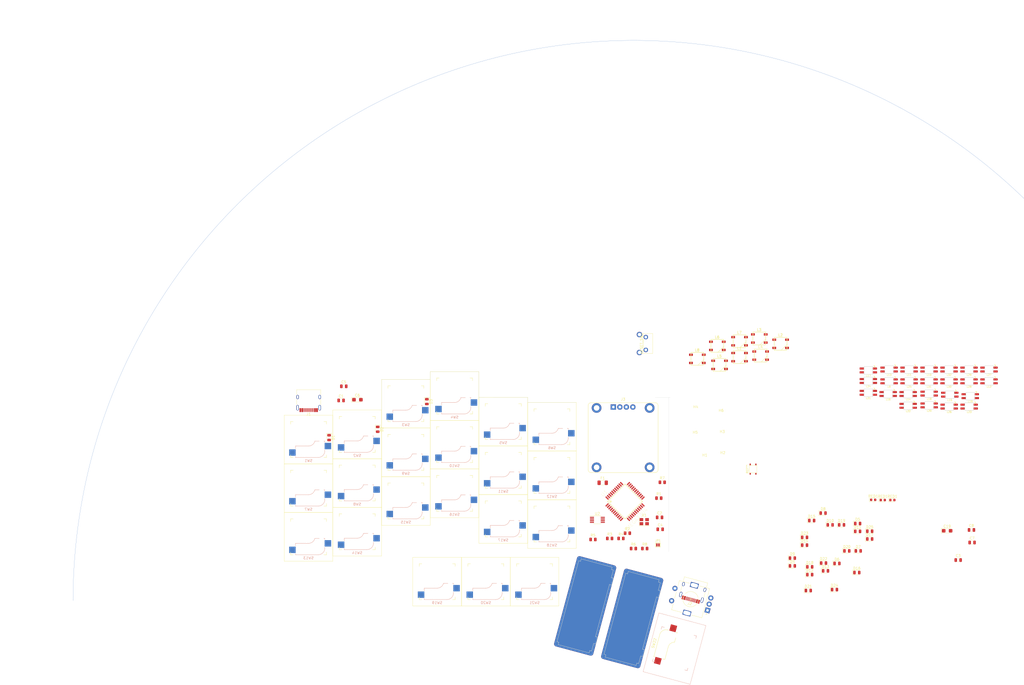
<source format=kicad_pcb>
(kicad_pcb (version 20171130) (host pcbnew 5.1.9)
  (layers (0 F.Cu signal hide) (31 B.Cu signal hide) (34 B.Paste user) (35 F.Paste user) (36 B.SilkS user) (37 F.SilkS user) (38 B.Mask user) (39 F.Mask user) (44 Edge.Cuts user))
  (net 0 "")
  (net 1 "Net-(J1-PadA5)")
  (net 2 "Net-(J1-PadA6)")
  (net 3 "Net-(J1-PadA7)")
  (net 4 "Net-(J1-PadB5)")
  (net 5 "Net-(D1-Pad2)")
  (net 6 "Net-(D2-Pad2)")
  (net 7 "Net-(D3-Pad2)")
  (net 8 "Net-(D4-Pad2)")
  (net 9 "Net-(D5-Pad2)")
  (net 10 "Net-(D6-Pad2)")
  (net 11 "Net-(D7-Pad2)")
  (net 12 "Net-(D8-Pad2)")
  (net 13 "Net-(D9-Pad2)")
  (net 14 "Net-(D10-Pad2)")
  (net 15 "Net-(D11-Pad2)")
  (net 16 "Net-(D12-Pad2)")
  (net 17 "Net-(D13-Pad2)")
  (net 18 "Net-(D14-Pad2)")
  (net 19 "Net-(D15-Pad2)")
  (net 20 "Net-(D16-Pad2)")
  (net 21 "Net-(D17-Pad2)")
  (net 22 "Net-(D18-Pad2)")
  (net 23 "Net-(D19-Pad2)")
  (net 24 "Net-(D20-Pad2)")
  (net 25 "Net-(D21-Pad2)")
  (net 26 "Net-(D22-Pad2)")
  (net 27 "Net-(D23-Pad2)")
  (net 28 "Net-(D24-Pad2)")
  (net 29 +5V)
  (net 30 COL2)
  (net 31 COL3)
  (net 32 COL4)
  (net 33 COL5)
  (net 34 COL0)
  (net 35 COL1)
  (net 36 "Net-(L8-Pad1)")
  (net 37 VCC)
  (net 38 "Net-(L10-Pad2)")
  (net 39 "Net-(L10-Pad3)")
  (net 40 "Net-(L10-Pad1)")
  (net 41 "Net-(L11-Pad1)")
  (net 42 "Net-(L12-Pad1)")
  (net 43 "Net-(L13-Pad1)")
  (net 44 "Net-(L14-Pad1)")
  (net 45 "Net-(L15-Pad1)")
  (net 46 "Net-(L16-Pad1)")
  (net 47 "Net-(L17-Pad1)")
  (net 48 "Net-(L18-Pad1)")
  (net 49 "Net-(L19-Pad1)")
  (net 50 "Net-(L20-Pad1)")
  (net 51 "Net-(L21-Pad1)")
  (net 52 "Net-(L22-Pad1)")
  (net 53 "Net-(L23-Pad1)")
  (net 54 "Net-(L24-Pad1)")
  (net 55 "Net-(L25-Pad1)")
  (net 56 "Net-(L26-Pad1)")
  (net 57 "Net-(L27-Pad1)")
  (net 58 "Net-(L28-Pad1)")
  (net 59 "Net-(L29-Pad1)")
  (net 60 "Net-(L30-Pad1)")
  (net 61 "Net-(L31-Pad1)")
  (net 62 "Net-(L32-Pad1)")
  (net 63 "Net-(L1-Pad1)")
  (net 64 LED)
  (net 65 "Net-(L2-Pad1)")
  (net 66 "Net-(L3-Pad1)")
  (net 67 "Net-(L4-Pad1)")
  (net 68 "Net-(L5-Pad1)")
  (net 69 "Net-(L6-Pad1)")
  (net 70 "Net-(L7-Pad1)")
  (net 71 RESET)
  (net 72 "Net-(C1-Pad2)")
  (net 73 "Net-(C2-Pad1)")
  (net 74 "Net-(C4-Pad1)")
  (net 75 "Net-(C5-Pad1)")
  (net 76 D-)
  (net 77 D+)
  (net 78 "Net-(U1-Pad41)")
  (net 79 "Net-(U1-Pad40)")
  (net 80 A3)
  (net 81 A2)
  (net 82 A1)
  (net 83 A0)
  (net 84 D5)
  (net 85 D10)
  (net 86 D9)
  (net 87 D8)
  (net 88 D6)
  (net 89 D4)
  (net 90 TX)
  (net 91 RX)
  (net 92 D2)
  (net 93 D3)
  (net 94 MISO)
  (net 95 MOSI)
  (net 96 SCK)
  (net 97 D7)
  (net 98 UVCC)
  (net 99 RAW)
  (net 100 "Net-(R1-Pad2)")
  (net 101 "Net-(U1-Pad32)")
  (net 102 "Net-(U1-Pad26)")
  (net 103 "Net-(U1-Pad12)")
  (net 104 "Net-(U2-Pad4)")
  (net 105 "Net-(D25-Pad2)")
  (net 106 "Net-(SW25-PadA)")
  (net 107 "Net-(SW25-PadC)")
  (net 108 "Net-(SW25-PadB)")
  (net 109 "Net-(SW25-PadS2)")
  (net 110 "Net-(SW25-PadS1)")
  (net 111 SDA)
  (net 112 SCL)
  (net 113 "Net-(R6-Pad1)")
  (net 114 "Net-(R8-Pad1)")
  (net 115 "Net-(J1-PadB8)")
  (net 116 "Net-(J1-PadA8)")
  (net 117 "Net-(J2-PadA1)")
  (net 118 "Net-(J2-PadA4)")
  (net 119 "Net-(J2-PadB8)")
  (net 120 "Net-(J2-PadA5)")
  (net 121 "Net-(J2-PadB7)")
  (net 122 "Net-(J2-PadA7)")
  (net 123 "Net-(J2-PadB6)")
  (net 124 "Net-(J2-PadA8)")
  (net 125 "Net-(J2-PadB5)")
  (net 126 "Net-(J2-PadA6)")
  (net 127 "Net-(J2-PadS1)")
  (net 128 "Net-(D29-Pad1)")
  (net 129 "Net-(D26-Pad1)")
  (net 130 GND)
  (module keyswitches:Kailh_socket_MX (layer B.Cu) (at 167.0625 122.15625 75)
    (fp_text reference SW22 (at 0 -8.255 -105) (layer F.SilkS))
    (fp_text value SW_PUSH)
    (pad 2 smd rect (at 7.56 -2.54 255) (size 2.55 2.5) (layers F.Cu F.Paste F.Mask) (net 26 "Net-(D22-Pad2)"))
    (pad "" np_thru_hole circle (at 5.08 0 255) (size 1.7018 1.7018) (drill 1.7018) (layers *.Cu *.Mask))
    (pad "" np_thru_hole circle (at -5.08 0 255) (size 1.7018 1.7018) (drill 1.7018) (layers *.Cu *.Mask))
    (pad "" np_thru_hole circle (at 0 0 255) (size 3.9878 3.9878) (drill 3.9878) (layers *.Cu *.Mask))
    (pad "" np_thru_hole circle (at 3.81 -2.54 255) (size 3 3) (drill 3) (layers *.Cu *.Mask))
    (pad "" np_thru_hole circle (at -2.54 -5.08 255) (size 3 3) (drill 3) (layers *.Cu *.Mask))
    (pad 1 smd rect (at -6.29 -5.08 255) (size 2.55 2.5) (layers F.Cu F.Paste F.Mask) (net 31 COL3))
  )
  (module Resistor_SMD:R_0805_2012Metric (layer F.Cu) (at 155.44125 83.0625)
    (fp_text reference R8 (at 0 -1.65) (layer F.SilkS))
    (fp_text value 330)
    (pad 2 smd roundrect (at 0.9125 0) (size 1.025 1.4) (layers F.Cu F.Paste F.Mask) (roundrect_rratio 0.243902) (net 129 "Net-(D26-Pad1)"))
    (pad 1 smd roundrect (at -0.9125 0) (size 1.025 1.4) (layers F.Cu F.Paste F.Mask) (roundrect_rratio 0.243902) (net 114 "Net-(R8-Pad1)"))
  )
  (module Resistor_SMD:R_0805_2012Metric (layer F.Cu) (at 151.03125 83.0625)
    (fp_text reference R6 (at 0 -1.65) (layer F.SilkS))
    (fp_text value 330)
    (pad 2 smd roundrect (at 0.9125 0) (size 1.025 1.4) (layers F.Cu F.Paste F.Mask) (roundrect_rratio 0.243902) (net 128 "Net-(D29-Pad1)"))
    (pad 1 smd roundrect (at -0.9125 0) (size 1.025 1.4) (layers F.Cu F.Paste F.Mask) (roundrect_rratio 0.243902) (net 113 "Net-(R6-Pad1)"))
  )
  (module LED_SMD:LED_0603_1608Metric (layer F.Cu) (at 252.09375 64.125)
    (fp_text reference RED1 (at 0 -1.43) (layer F.SilkS))
    (fp_text value LED1)
    (pad 1 smd roundrect (at -0.7875 0) (size 0.875 0.95) (layers F.Cu F.Paste F.Mask) (net 29 +5V))
    (pad 2 smd roundrect (at 0.7875 0) (size 0.875 0.95) (layers F.Cu F.Paste F.Mask) (net 100 "Net-(R1-Pad2)"))
  )
  (module LED_SMD:LED_0603_1608Metric (layer F.Cu) (at 248.34375 64.125)
    (fp_text reference RED1 (at 0 -1.43) (layer F.SilkS))
    (fp_text value LED1)
    (pad 1 smd roundrect (at -0.7875 0) (size 0.875 0.95) (layers F.Cu F.Paste F.Mask) (net 29 +5V))
    (pad 2 smd roundrect (at 0.7875 0) (size 0.875 0.95) (layers F.Cu F.Paste F.Mask) (net 100 "Net-(R1-Pad2)"))
  )
  (module Connector_USB:USB_C_Receptacle_HRO_TYPE-C-31-M-12 (layer F.Cu) (at 174.46875 99.09375 165)
    (fp_text reference J2 (at 0 -5.645 165) (layer F.SilkS))
    (fp_text value USB_C_Receptacle_USB2.0 hide)
    (pad B1 smd rect (at 3.25 -4.045 165) (size 0.6 1.45) (layers F.Cu F.Paste F.Mask) (net 117 "Net-(J2-PadA1)"))
    (pad A9 smd rect (at 2.45 -4.045 165) (size 0.6 1.45) (layers F.Cu F.Paste F.Mask) (net 118 "Net-(J2-PadA4)"))
    (pad B9 smd rect (at -2.45 -4.045 165) (size 0.6 1.45) (layers F.Cu F.Paste F.Mask) (net 118 "Net-(J2-PadA4)"))
    (pad B12 smd rect (at -3.25 -4.045 165) (size 0.6 1.45) (layers F.Cu F.Paste F.Mask) (net 117 "Net-(J2-PadA1)"))
    (pad A1 smd rect (at -3.25 -4.045 165) (size 0.6 1.45) (layers F.Cu F.Paste F.Mask) (net 117 "Net-(J2-PadA1)"))
    (pad A4 smd rect (at -2.45 -4.045 165) (size 0.6 1.45) (layers F.Cu F.Paste F.Mask) (net 118 "Net-(J2-PadA4)"))
    (pad B4 smd rect (at 2.45 -4.045 165) (size 0.6 1.45) (layers F.Cu F.Paste F.Mask) (net 118 "Net-(J2-PadA4)"))
    (pad A12 smd rect (at 3.25 -4.045 165) (size 0.6 1.45) (layers F.Cu F.Paste F.Mask) (net 117 "Net-(J2-PadA1)"))
    (pad B8 smd rect (at -1.75 -4.045 165) (size 0.3 1.45) (layers F.Cu F.Paste F.Mask) (net 119 "Net-(J2-PadB8)"))
    (pad A5 smd rect (at -1.25 -4.045 165) (size 0.3 1.45) (layers F.Cu F.Paste F.Mask) (net 120 "Net-(J2-PadA5)"))
    (pad B7 smd rect (at -0.75 -4.045 165) (size 0.3 1.45) (layers F.Cu F.Paste F.Mask) (net 121 "Net-(J2-PadB7)"))
    (pad A7 smd rect (at 0.25 -4.045 165) (size 0.3 1.45) (layers F.Cu F.Paste F.Mask) (net 122 "Net-(J2-PadA7)"))
    (pad B6 smd rect (at 0.75 -4.045 165) (size 0.3 1.45) (layers F.Cu F.Paste F.Mask) (net 123 "Net-(J2-PadB6)"))
    (pad A8 smd rect (at 1.25 -4.045 165) (size 0.3 1.45) (layers F.Cu F.Paste F.Mask) (net 124 "Net-(J2-PadA8)"))
    (pad B5 smd rect (at 1.75 -4.045 165) (size 0.3 1.45) (layers F.Cu F.Paste F.Mask) (net 125 "Net-(J2-PadB5)"))
    (pad A6 smd rect (at -0.25 -4.045 165) (size 0.3 1.45) (layers F.Cu F.Paste F.Mask) (net 126 "Net-(J2-PadA6)"))
    (pad S1 thru_hole oval (at 4.32 -3.13 165) (size 1 2.1) (drill oval 0.6 1.7) (layers *.Cu *.Mask) (net 127 "Net-(J2-PadS1)"))
    (pad S1 thru_hole oval (at -4.32 -3.13 165) (size 1 2.1) (drill oval 0.6 1.7) (layers *.Cu *.Mask) (net 127 "Net-(J2-PadS1)"))
    (pad "" np_thru_hole circle (at -2.89 -2.6 165) (size 0.65 0.65) (drill 0.65) (layers *.Cu *.Mask))
    (pad S1 thru_hole oval (at -4.32 1.05 165) (size 1 1.6) (drill oval 0.6 1.2) (layers *.Cu *.Mask) (net 127 "Net-(J2-PadS1)"))
    (pad "" np_thru_hole circle (at 2.89 -2.6 165) (size 0.65 0.65) (drill 0.65) (layers *.Cu *.Mask))
    (pad S1 thru_hole oval (at 4.32 1.05 165) (size 1 1.6) (drill oval 0.6 1.2) (layers *.Cu *.Mask) (net 127 "Net-(J2-PadS1)"))
  )
  (module Connector_USB:USB_C_Receptacle_HRO_TYPE-C-31-M-12 (layer F.Cu) (at 24.28125 24.9375 180)
    (fp_text reference J1 (at 0 -5.645) (layer F.SilkS))
    (fp_text value USB_C_Receptacle_USB2.0)
    (pad B1 smd rect (at 3.25 -4.045 180) (size 0.6 1.45) (layers F.Cu F.Paste F.Mask) (net 29 +5V))
    (pad A9 smd rect (at 2.45 -4.045 180) (size 0.6 1.45) (layers F.Cu F.Paste F.Mask) (net 98 UVCC))
    (pad B9 smd rect (at -2.45 -4.045 180) (size 0.6 1.45) (layers F.Cu F.Paste F.Mask) (net 98 UVCC))
    (pad B12 smd rect (at -3.25 -4.045 180) (size 0.6 1.45) (layers F.Cu F.Paste F.Mask) (net 29 +5V))
    (pad A1 smd rect (at -3.25 -4.045 180) (size 0.6 1.45) (layers F.Cu F.Paste F.Mask) (net 29 +5V))
    (pad A4 smd rect (at -2.45 -4.045 180) (size 0.6 1.45) (layers F.Cu F.Paste F.Mask) (net 98 UVCC))
    (pad B4 smd rect (at 2.45 -4.045 180) (size 0.6 1.45) (layers F.Cu F.Paste F.Mask) (net 98 UVCC))
    (pad A12 smd rect (at 3.25 -4.045 180) (size 0.6 1.45) (layers F.Cu F.Paste F.Mask) (net 29 +5V))
    (pad B8 smd rect (at -1.75 -4.045 180) (size 0.3 1.45) (layers F.Cu F.Paste F.Mask) (net 115 "Net-(J1-PadB8)"))
    (pad A5 smd rect (at -1.25 -4.045 180) (size 0.3 1.45) (layers F.Cu F.Paste F.Mask) (net 1 "Net-(J1-PadA5)"))
    (pad B7 smd rect (at -0.75 -4.045 180) (size 0.3 1.45) (layers F.Cu F.Paste F.Mask) (net 3 "Net-(J1-PadA7)"))
    (pad A7 smd rect (at 0.25 -4.045 180) (size 0.3 1.45) (layers F.Cu F.Paste F.Mask) (net 3 "Net-(J1-PadA7)"))
    (pad B6 smd rect (at 0.75 -4.045 180) (size 0.3 1.45) (layers F.Cu F.Paste F.Mask) (net 2 "Net-(J1-PadA6)"))
    (pad A8 smd rect (at 1.25 -4.045 180) (size 0.3 1.45) (layers F.Cu F.Paste F.Mask) (net 116 "Net-(J1-PadA8)"))
    (pad B5 smd rect (at 1.75 -4.045 180) (size 0.3 1.45) (layers F.Cu F.Paste F.Mask) (net 4 "Net-(J1-PadB5)"))
    (pad A6 smd rect (at -0.25 -4.045 180) (size 0.3 1.45) (layers F.Cu F.Paste F.Mask) (net 2 "Net-(J1-PadA6)"))
    (pad S1 thru_hole oval (at 4.32 -3.13 180) (size 1 2.1) (drill oval 0.6 1.7) (layers *.Cu *.Mask) (net 29 +5V))
    (pad S1 thru_hole oval (at -4.32 -3.13 180) (size 1 2.1) (drill oval 0.6 1.7) (layers *.Cu *.Mask) (net 29 +5V))
    (pad "" np_thru_hole circle (at -2.89 -2.6 180) (size 0.65 0.65) (drill 0.65) (layers *.Cu *.Mask))
    (pad S1 thru_hole oval (at -4.32 1.05 180) (size 1 1.6) (drill oval 0.6 1.2) (layers *.Cu *.Mask) (net 29 +5V))
    (pad "" np_thru_hole circle (at 2.89 -2.6 180) (size 0.65 0.65) (drill 0.65) (layers *.Cu *.Mask))
    (pad S1 thru_hole oval (at 4.32 1.05 180) (size 1 1.6) (drill oval 0.6 1.2) (layers *.Cu *.Mask) (net 29 +5V))
  )
  (module Display:Generic_0.96in-128x64-OLED-Display-IIC (layer F.Cu) (at 147 39.75)
    (fp_text reference J3 (at 0 -15) (layer F.SilkS))
    (fp_text value OLED)
    (pad "" np_thru_hole circle (at 10.35 11.6) (size 3.8 3.8) (drill 2.2) (layers *.Cu *.Mask))
    (pad "" np_thru_hole circle (at -10.35 11.6) (size 3.8 3.8) (drill 2.2) (layers *.Cu *.Mask))
    (pad "" np_thru_hole circle (at -10.35 -11.6) (size 3.8 3.8) (drill 2.2) (layers *.Cu *.Mask))
    (pad 4 thru_hole circle (at 3.81 -11.95) (size 2.1 2.1) (drill 1) (layers *.Cu *.Mask) (net 111 SDA))
    (pad 3 thru_hole circle (at 1.27 -11.95) (size 2.1 2.1) (drill 1) (layers *.Cu *.Mask) (net 112 SCL))
    (pad 2 thru_hole circle (at -1.27 -11.95) (size 2.1 2.1) (drill 1) (layers *.Cu *.Mask) (net 37 VCC))
    (pad 1 thru_hole rect (at -3.81 -11.95) (size 2.1 2.1) (drill 1) (layers *.Cu *.Mask) (net 29 +5V))
    (pad "" np_thru_hole circle (at 10.35 -11.6) (size 3.8 3.8) (drill 2.2) (layers *.Cu *.Mask))
  )
  (module keebio_parts:RotaryEncoder_EC11 (layer F.Cu) (at 173.34375 102.84375 165)
    (fp_text reference SW25)
    (fp_text value Rotary_Encoder_Switch)
    (pad A thru_hole rect (at -7.5 -2.5 165) (size 2 2) (drill 1) (layers *.Cu *.Mask) (net 106 "Net-(SW25-PadA)"))
    (pad C thru_hole circle (at -7.5 0 165) (size 2 2) (drill 1) (layers *.Cu *.Mask) (net 107 "Net-(SW25-PadC)"))
    (pad B thru_hole circle (at -7.5 2.5 165) (size 2 2) (drill 1) (layers *.Cu *.Mask) (net 108 "Net-(SW25-PadB)"))
    (pad "" np_thru_hole rect (at 0 -5.6 165) (size 3.2 2) (drill oval 2.8 1.5) (layers *.Cu *.Mask))
    (pad "" np_thru_hole rect (at 0 5.6 165) (size 3.2 2) (drill oval 2.8 1.5) (layers *.Cu *.Mask))
    (pad S2 thru_hole circle (at 7 -2.5 165) (size 2 2) (drill 1) (layers *.Cu *.Mask) (net 109 "Net-(SW25-PadS2)"))
    (pad S1 thru_hole circle (at 7 2.5 165) (size 2 2) (drill 1) (layers *.Cu *.Mask) (net 110 "Net-(SW25-PadS1)"))
  )
  (module Resistor_SMD:R_0805_2012Metric (layer F.Cu) (at 146.16 79.125)
    (fp_text reference R4 (at 0 -1.65) (layer F.SilkS))
    (fp_text value 5.1k)
    (pad 2 smd roundrect (at 0.9125 0) (size 1.025 1.4) (layers F.Cu F.Paste F.Mask) (roundrect_rratio 0.243902) (net 4 "Net-(J1-PadB5)"))
    (pad 1 smd roundrect (at -0.9125 0) (size 1.025 1.4) (layers F.Cu F.Paste F.Mask) (roundrect_rratio 0.243902) (net 29 +5V))
  )
  (module Resistor_SMD:R_0805_2012Metric (layer F.Cu) (at 141.75 79.125)
    (fp_text reference R3 (at 0 -1.65) (layer F.SilkS))
    (fp_text value 5.1k)
    (pad 2 smd roundrect (at 0.9125 0) (size 1.025 1.4) (layers F.Cu F.Paste F.Mask) (roundrect_rratio 0.243902) (net 1 "Net-(J1-PadA5)"))
    (pad 1 smd roundrect (at -0.9125 0) (size 1.025 1.4) (layers F.Cu F.Paste F.Mask) (roundrect_rratio 0.243902) (net 29 +5V))
  )
  (module keebio_parts:MX-Alps_Switch_Cutout-1u_2u (layer F.Cu) (at 150.5375 110.36875 75)
    (fp_text reference SW24 hide)
    (fp_text value SW_PUSH hide)
    (fp_line (start -17.325 -6.25) (end -16.375 -6.25) (layer Edge.Cuts) (width 0.12))
    (fp_line (start -16.375 -6.25) (end -16.375 -7) (layer Edge.Cuts) (width 0.12))
    (fp_line (start -16.375 -7) (end 16.375 -7) (layer Edge.Cuts) (width 0.12))
    (fp_line (start 16.375 -7) (end 16.375 -6.25) (layer Edge.Cuts) (width 0.12))
    (fp_line (start 16.375 -6.25) (end 17.325 -6.25) (layer Edge.Cuts) (width 0.12))
    (fp_line (start 17.325 -6.25) (end 17.325 6.25) (layer Edge.Cuts) (width 0.12))
    (fp_line (start -17.325 -6.25) (end -17.325 6.25) (layer Edge.Cuts) (width 0.12))
    (fp_line (start -17.325 6.25) (end -16.375 6.25) (layer Edge.Cuts) (width 0.12))
    (fp_line (start -16.375 6.25) (end -16.375 7) (layer Edge.Cuts) (width 0.12))
    (fp_line (start -16.375 7) (end -13.3 7) (layer Edge.Cuts) (width 0.12))
    (fp_line (start -13.3 7) (end -13.3 7.925) (layer Edge.Cuts) (width 0.12))
    (fp_line (start -13.3 7.925) (end -10.575 7.925) (layer Edge.Cuts) (width 0.12))
    (fp_line (start -10.575 7.925) (end -10.575 7) (layer Edge.Cuts) (width 0.12))
    (fp_line (start -10.575 7) (end 10.575 7) (layer Edge.Cuts) (width 0.12))
    (fp_line (start 10.575 7) (end 10.575 7.925) (layer Edge.Cuts) (width 0.12))
    (fp_line (start 10.575 7.925) (end 13.3 7.925) (layer Edge.Cuts) (width 0.12))
    (fp_line (start 13.3 7.925) (end 13.3 7) (layer Edge.Cuts) (width 0.12))
    (fp_line (start 13.3 7) (end 16.375 7) (layer Edge.Cuts) (width 0.12))
    (fp_line (start 16.375 7) (end 16.375 6.25) (layer Edge.Cuts) (width 0.12))
    (fp_line (start 16.375 6.25) (end 17.325 6.25) (layer Edge.Cuts) (width 0.12))
    (pad 1 smd roundrect (at 0 0 255) (size 36.45 15.8) (layers F.Cu F.Mask) (roundrect_rratio 0.063) (net 33 COL5))
    (pad 1 smd roundrect (at 0 0 255) (size 36.45 15.8) (layers B.Cu B.Mask) (roundrect_rratio 0.063) (net 33 COL5))
  )
  (module keebio_parts:MX-Alps_Switch_Cutout-1u_2u (layer F.Cu) (at 132.1875 105.46875 75)
    (fp_text reference SW23 hide)
    (fp_text value SW_PUSH hide)
    (fp_line (start -17.325 -6.25) (end -16.375 -6.25) (layer Edge.Cuts) (width 0.12))
    (fp_line (start -16.375 -6.25) (end -16.375 -7) (layer Edge.Cuts) (width 0.12))
    (fp_line (start -16.375 -7) (end 16.375 -7) (layer Edge.Cuts) (width 0.12))
    (fp_line (start 16.375 -7) (end 16.375 -6.25) (layer Edge.Cuts) (width 0.12))
    (fp_line (start 16.375 -6.25) (end 17.325 -6.25) (layer Edge.Cuts) (width 0.12))
    (fp_line (start 17.325 -6.25) (end 17.325 6.25) (layer Edge.Cuts) (width 0.12))
    (fp_line (start -17.325 -6.25) (end -17.325 6.25) (layer Edge.Cuts) (width 0.12))
    (fp_line (start -17.325 6.25) (end -16.375 6.25) (layer Edge.Cuts) (width 0.12))
    (fp_line (start -16.375 6.25) (end -16.375 7) (layer Edge.Cuts) (width 0.12))
    (fp_line (start -16.375 7) (end -13.3 7) (layer Edge.Cuts) (width 0.12))
    (fp_line (start -13.3 7) (end -13.3 7.925) (layer Edge.Cuts) (width 0.12))
    (fp_line (start -13.3 7.925) (end -10.575 7.925) (layer Edge.Cuts) (width 0.12))
    (fp_line (start -10.575 7.925) (end -10.575 7) (layer Edge.Cuts) (width 0.12))
    (fp_line (start -10.575 7) (end 10.575 7) (layer Edge.Cuts) (width 0.12))
    (fp_line (start 10.575 7) (end 10.575 7.925) (layer Edge.Cuts) (width 0.12))
    (fp_line (start 10.575 7.925) (end 13.3 7.925) (layer Edge.Cuts) (width 0.12))
    (fp_line (start 13.3 7.925) (end 13.3 7) (layer Edge.Cuts) (width 0.12))
    (fp_line (start 13.3 7) (end 16.375 7) (layer Edge.Cuts) (width 0.12))
    (fp_line (start 16.375 7) (end 16.375 6.25) (layer Edge.Cuts) (width 0.12))
    (fp_line (start 16.375 6.25) (end 17.325 6.25) (layer Edge.Cuts) (width 0.12))
    (pad 1 smd roundrect (at 0 0 255) (size 36.45 15.8) (layers F.Cu F.Mask) (roundrect_rratio 0.063) (net 32 COL4))
    (pad 1 smd roundrect (at 0 0 255) (size 36.45 15.8) (layers B.Cu B.Mask) (roundrect_rratio 0.063) (net 32 COL4))
  )
  (module keebio_parts:SW_Tactile_SPST_Angled_MJTP1117 (layer F.Cu) (at 155.86 0.49 270)
    (fp_text reference RESET_SW1 (at 2.5 1.68 90) (layer F.SilkS))
    (fp_text value SW_PUSH)
    (pad "" np_thru_hole circle (at 2.5 -1.21 270) (size 1.2 1.2) (drill 1.2) (layers *.Cu *.Mask))
    (pad "" thru_hole circle (at -1 2.49 270) (size 2.1 2.1) (drill 1.3) (layers *.Cu *.Mask))
    (pad 1 thru_hole circle (at 0 0 270) (size 1.75 1.75) (drill 0.99) (layers *.Cu *.Mask) (net 71 RESET))
    (pad 2 thru_hole circle (at 5 0 270) (size 1.75 1.75) (drill 0.99) (layers *.Cu *.Mask) (net 29 +5V))
    (pad "" thru_hole circle (at 6.01 2.49 270) (size 2.1 2.1) (drill 1.3) (layers *.Cu *.Mask))
  )
  (module keyboard_parts:SOLDER_JUMPER_2 (layer F.Cu) (at 160.59375 81.65625)
    (fp_text reference JP1 (at 0 -1.7) (layer F.SilkS) (effects (font (size 0.8 0.8))))
    (fp_text value Jumper hide)
    (pad 1 smd rect (at -0.4 0) (size 0.6 1.2) (layers F.Cu F.Mask) (net 105 "Net-(D25-Pad2)") (clearance 0.1))
    (pad 2 smd rect (at 0.4 0) (size 0.6 1.2) (layers F.Cu F.Mask) (net 37 VCC) (clearance 0.1))
  )
  (module keebio_parts:SW_SPST_3x3 (layer F.Cu) (at 197.71875 52.03125 90)
    (fp_text reference REF** (at 0 -2.25 90) (layer F.SilkS) (effects (font (size 0.8 0.8))))
    (fp_text value SW_SPST_3x3)
    (pad 2 smd rect (at 1.8 1.1 90) (size 0.7 0.5) (layers F.Cu F.Paste F.Mask))
    (pad 2 smd rect (at -1.8 1.1 90) (size 0.7 0.5) (layers F.Cu F.Paste F.Mask))
    (pad 1 smd rect (at 1.8 -1.1 90) (size 0.7 0.5) (layers F.Cu F.Paste F.Mask))
    (pad 1 smd rect (at -1.8 -1.1 90) (size 0.7 0.5) (layers F.Cu F.Paste F.Mask))
  )
  (module Crystal:Crystal_SMD_SeikoEpson_FA238-4Pin_3.2x2.5mm (layer F.Cu) (at 155.25 72.5625)
    (fp_text reference X1 (at 0 -2.45) (layer F.SilkS))
    (fp_text value 16Mhz)
    (pad 4 smd rect (at -1.1 -0.8) (size 1.4 1.2) (layers F.Cu F.Paste F.Mask))
    (pad 3 smd rect (at 1.1 -0.8) (size 1.4 1.2) (layers F.Cu F.Paste F.Mask))
    (pad 2 smd rect (at 1.1 0.8) (size 1.4 1.2) (layers F.Cu F.Paste F.Mask) (net 73 "Net-(C2-Pad1)"))
    (pad 1 smd rect (at -1.1 0.8) (size 1.4 1.2) (layers F.Cu F.Paste F.Mask) (net 74 "Net-(C4-Pad1)"))
  )
  (module Package_SO:MSOP-8_3x3mm_P0.65mm (layer F.Cu) (at 136.95925 71.8575)
    (fp_text reference U2 (at 0 -2.45) (layer F.SilkS))
    (fp_text value MIC5219-5.0YMM)
    (pad 8 smd roundrect (at 2.1125 -0.975) (size 1.625 0.4) (layers F.Cu F.Paste F.Mask) (net 29 +5V))
    (pad 7 smd roundrect (at 2.1125 -0.325) (size 1.625 0.4) (layers F.Cu F.Paste F.Mask) (net 29 +5V))
    (pad 6 smd roundrect (at 2.1125 0.325) (size 1.625 0.4) (layers F.Cu F.Paste F.Mask) (net 29 +5V))
    (pad 5 smd roundrect (at 2.1125 0.975) (size 1.625 0.4) (layers F.Cu F.Paste F.Mask) (net 29 +5V))
    (pad 4 smd roundrect (at -2.1125 0.975) (size 1.625 0.4) (layers F.Cu F.Paste F.Mask) (net 104 "Net-(U2-Pad4)"))
    (pad 3 smd roundrect (at -2.1125 0.325) (size 1.625 0.4) (layers F.Cu F.Paste F.Mask) (net 37 VCC))
    (pad 2 smd roundrect (at -2.1125 -0.325) (size 1.625 0.4) (layers F.Cu F.Paste F.Mask) (net 99 RAW))
    (pad 1 smd roundrect (at -2.1125 -0.975) (size 1.625 0.4) (layers F.Cu F.Paste F.Mask) (net 99 RAW))
  )
  (module keebio_parts:ATMEGA32U4-AU (layer F.Cu) (at 147.75 64.6875 45)
    (fp_text reference U1 (at -3.474 -8.014 45) (layer F.SilkS) (effects (font (size 1.4 1.4) (thickness 0.05))))
    (fp_text value ATMEGA32U4 (at -2.55 8.1261 45) (layer F.SilkS) (effects (font (size 1.4 1.4) (thickness 0.05))))
    (pad 1 smd rect (at -5.9 -4 45) (size 1.5 0.5) (layers F.Cu F.Paste F.Mask) (net 97 D7))
    (pad 2 smd rect (at -5.9 -3.2 45) (size 1.5 0.5) (layers F.Cu F.Paste F.Mask) (net 98 UVCC))
    (pad 3 smd rect (at -5.9 -2.4 45) (size 1.5 0.5) (layers F.Cu F.Paste F.Mask) (net 76 D-))
    (pad 4 smd rect (at -5.9 -1.6 45) (size 1.5 0.5) (layers F.Cu F.Paste F.Mask) (net 77 D+))
    (pad 5 smd rect (at -5.9 -0.8 45) (size 1.5 0.5) (layers F.Cu F.Paste F.Mask) (net 29 +5V))
    (pad 6 smd rect (at -5.9 0 45) (size 1.5 0.5) (layers F.Cu F.Paste F.Mask) (net 75 "Net-(C5-Pad1)"))
    (pad 7 smd rect (at -5.9 0.8 45) (size 1.5 0.5) (layers F.Cu F.Paste F.Mask) (net 98 UVCC))
    (pad 8 smd rect (at -5.9 1.6 45) (size 1.5 0.5) (layers F.Cu F.Paste F.Mask) (net 113 "Net-(R6-Pad1)"))
    (pad 9 smd rect (at -5.9 2.4 45) (size 1.5 0.5) (layers F.Cu F.Paste F.Mask) (net 96 SCK))
    (pad 10 smd rect (at -5.9 3.2 45) (size 1.5 0.5) (layers F.Cu F.Paste F.Mask) (net 95 MOSI))
    (pad 11 smd rect (at -5.9 4 45) (size 1.5 0.5) (layers F.Cu F.Paste F.Mask) (net 94 MISO))
    (pad 12 smd rect (at -4 5.9 45) (size 0.5 1.5) (layers F.Cu F.Paste F.Mask) (net 103 "Net-(U1-Pad12)"))
    (pad 13 smd rect (at -3.2 5.9 45) (size 0.5 1.5) (layers F.Cu F.Paste F.Mask) (net 71 RESET))
    (pad 14 smd rect (at -2.4 5.9 45) (size 0.5 1.5) (layers F.Cu F.Paste F.Mask) (net 37 VCC))
    (pad 15 smd rect (at -1.6 5.9 45) (size 0.5 1.5) (layers F.Cu F.Paste F.Mask) (net 29 +5V))
    (pad 16 smd rect (at -0.8 5.9 45) (size 0.5 1.5) (layers F.Cu F.Paste F.Mask) (net 74 "Net-(C4-Pad1)"))
    (pad 17 smd rect (at 0 5.9 45) (size 0.5 1.5) (layers F.Cu F.Paste F.Mask) (net 73 "Net-(C2-Pad1)"))
    (pad 18 smd rect (at 0.8 5.9 45) (size 0.5 1.5) (layers F.Cu F.Paste F.Mask) (net 93 D3))
    (pad 19 smd rect (at 1.6 5.9 45) (size 0.5 1.5) (layers F.Cu F.Paste F.Mask) (net 92 D2))
    (pad 20 smd rect (at 2.4 5.9 45) (size 0.5 1.5) (layers F.Cu F.Paste F.Mask) (net 91 RX))
    (pad 21 smd rect (at 3.2 5.9 45) (size 0.5 1.5) (layers F.Cu F.Paste F.Mask) (net 90 TX))
    (pad 22 smd rect (at 4 5.9 45) (size 0.5 1.5) (layers F.Cu F.Paste F.Mask) (net 114 "Net-(R8-Pad1)"))
    (pad 23 smd rect (at 5.9 4 45) (size 1.5 0.5) (layers F.Cu F.Paste F.Mask) (net 29 +5V))
    (pad 24 smd rect (at 5.9 3.2 45) (size 1.5 0.5) (layers F.Cu F.Paste F.Mask) (net 37 VCC))
    (pad 25 smd rect (at 5.9 2.4 45) (size 1.5 0.5) (layers F.Cu F.Paste F.Mask) (net 89 D4))
    (pad 26 smd rect (at 5.9 1.6 45) (size 1.5 0.5) (layers F.Cu F.Paste F.Mask) (net 102 "Net-(U1-Pad26)"))
    (pad 27 smd rect (at 5.9 0.8 45) (size 1.5 0.5) (layers F.Cu F.Paste F.Mask) (net 88 D6))
    (pad 28 smd rect (at 5.9 0 45) (size 1.5 0.5) (layers F.Cu F.Paste F.Mask) (net 87 D8))
    (pad 29 smd rect (at 5.9 -0.8 45) (size 1.5 0.5) (layers F.Cu F.Paste F.Mask) (net 86 D9))
    (pad 30 smd rect (at 5.9 -1.6 45) (size 1.5 0.5) (layers F.Cu F.Paste F.Mask) (net 85 D10))
    (pad 31 smd rect (at 5.9 -2.4 45) (size 1.5 0.5) (layers F.Cu F.Paste F.Mask) (net 84 D5))
    (pad 32 smd rect (at 5.9 -3.2 45) (size 1.5 0.5) (layers F.Cu F.Paste F.Mask) (net 101 "Net-(U1-Pad32)"))
    (pad 33 smd rect (at 5.9 -4 45) (size 1.5 0.5) (layers F.Cu F.Paste F.Mask) (net 29 +5V))
    (pad 34 smd rect (at 4 -5.9 45) (size 0.5 1.5) (layers F.Cu F.Paste F.Mask) (net 37 VCC))
    (pad 35 smd rect (at 3.2 -5.9 45) (size 0.5 1.5) (layers F.Cu F.Paste F.Mask) (net 29 +5V))
    (pad 36 smd rect (at 2.4 -5.9 45) (size 0.5 1.5) (layers F.Cu F.Paste F.Mask) (net 83 A0))
    (pad 37 smd rect (at 1.6 -5.9 45) (size 0.5 1.5) (layers F.Cu F.Paste F.Mask) (net 82 A1))
    (pad 38 smd rect (at 0.8 -5.9 45) (size 0.5 1.5) (layers F.Cu F.Paste F.Mask) (net 81 A2))
    (pad 39 smd rect (at 0 -5.9 45) (size 0.5 1.5) (layers F.Cu F.Paste F.Mask) (net 80 A3))
    (pad 40 smd rect (at -0.8 -5.9 45) (size 0.5 1.5) (layers F.Cu F.Paste F.Mask) (net 79 "Net-(U1-Pad40)"))
    (pad 41 smd rect (at -1.6 -5.9 45) (size 0.5 1.5) (layers F.Cu F.Paste F.Mask) (net 78 "Net-(U1-Pad41)"))
    (pad 42 smd rect (at -2.4 -5.9 45) (size 0.5 1.5) (layers F.Cu F.Paste F.Mask) (net 72 "Net-(C1-Pad2)"))
    (pad 43 smd rect (at -3.2 -5.9 45) (size 0.5 1.5) (layers F.Cu F.Paste F.Mask) (net 29 +5V))
    (pad 44 smd rect (at -4 -5.9 45) (size 0.5 1.5) (layers F.Cu F.Paste F.Mask) (net 37 VCC))
  )
  (module keyswitches:Kailh_socket_MX (layer F.Cu) (at 112.4375 96)
    (fp_text reference SW21 (at 0 8.255 180) (layer B.SilkS) (effects (justify mirror)))
    (fp_text value SW_PUSH)
    (pad 2 smd rect (at 7.56 2.54 180) (size 2.55 2.5) (layers B.Cu B.Paste B.Mask) (net 25 "Net-(D21-Pad2)"))
    (pad "" np_thru_hole circle (at 5.08 0 180) (size 1.7018 1.7018) (drill 1.7018) (layers *.Cu *.Mask))
    (pad "" np_thru_hole circle (at -5.08 0 180) (size 1.7018 1.7018) (drill 1.7018) (layers *.Cu *.Mask))
    (pad "" np_thru_hole circle (at 0 0 180) (size 3.9878 3.9878) (drill 3.9878) (layers *.Cu *.Mask))
    (pad "" np_thru_hole circle (at 3.81 2.54 180) (size 3 3) (drill 3) (layers *.Cu *.Mask))
    (pad "" np_thru_hole circle (at -2.54 5.08 180) (size 3 3) (drill 3) (layers *.Cu *.Mask))
    (pad 1 smd rect (at -6.29 5.08 180) (size 2.55 2.5) (layers B.Cu B.Paste B.Mask) (net 30 COL2))
  )
  (module keyswitches:Kailh_socket_MX (layer F.Cu) (at 93.4375 96)
    (fp_text reference SW20 (at 0 8.255 180) (layer B.SilkS) (effects (justify mirror)))
    (fp_text value SW_PUSH)
    (pad 1 smd rect (at -6.29 5.08 180) (size 2.55 2.5) (layers B.Cu B.Paste B.Mask) (net 35 COL1))
    (pad "" np_thru_hole circle (at -2.54 5.08 180) (size 3 3) (drill 3) (layers *.Cu *.Mask))
    (pad "" np_thru_hole circle (at 3.81 2.54 180) (size 3 3) (drill 3) (layers *.Cu *.Mask))
    (pad "" np_thru_hole circle (at 0 0 180) (size 3.9878 3.9878) (drill 3.9878) (layers *.Cu *.Mask))
    (pad "" np_thru_hole circle (at -5.08 0 180) (size 1.7018 1.7018) (drill 1.7018) (layers *.Cu *.Mask))
    (pad "" np_thru_hole circle (at 5.08 0 180) (size 1.7018 1.7018) (drill 1.7018) (layers *.Cu *.Mask))
    (pad 2 smd rect (at 7.56 2.54 180) (size 2.55 2.5) (layers B.Cu B.Paste B.Mask) (net 24 "Net-(D20-Pad2)"))
  )
  (module keyswitches:Kailh_socket_MX (layer F.Cu) (at 74.4375 96)
    (fp_text reference SW19 (at 0 8.255 180) (layer B.SilkS) (effects (justify mirror)))
    (fp_text value SW_PUSH)
    (pad 2 smd rect (at 7.56 2.54 180) (size 2.55 2.5) (layers B.Cu B.Paste B.Mask) (net 23 "Net-(D19-Pad2)"))
    (pad "" np_thru_hole circle (at 5.08 0 180) (size 1.7018 1.7018) (drill 1.7018) (layers *.Cu *.Mask))
    (pad "" np_thru_hole circle (at -5.08 0 180) (size 1.7018 1.7018) (drill 1.7018) (layers *.Cu *.Mask))
    (pad "" np_thru_hole circle (at 0 0 180) (size 3.9878 3.9878) (drill 3.9878) (layers *.Cu *.Mask))
    (pad "" np_thru_hole circle (at 3.81 2.54 180) (size 3 3) (drill 3) (layers *.Cu *.Mask))
    (pad "" np_thru_hole circle (at -2.54 5.08 180) (size 3 3) (drill 3) (layers *.Cu *.Mask))
    (pad 1 smd rect (at -6.29 5.08 180) (size 2.55 2.5) (layers B.Cu B.Paste B.Mask) (net 34 COL0))
  )
  (module keyswitches:Kailh_socket_MX (layer F.Cu) (at 119.225 73.491)
    (fp_text reference SW18 (at 0 8.255 180) (layer B.SilkS) (effects (justify mirror)))
    (fp_text value SW_PUSH)
    (pad 2 smd rect (at 7.56 2.54 180) (size 2.55 2.5) (layers B.Cu B.Paste B.Mask) (net 22 "Net-(D18-Pad2)"))
    (pad "" np_thru_hole circle (at 5.08 0 180) (size 1.7018 1.7018) (drill 1.7018) (layers *.Cu *.Mask))
    (pad "" np_thru_hole circle (at -5.08 0 180) (size 1.7018 1.7018) (drill 1.7018) (layers *.Cu *.Mask))
    (pad "" np_thru_hole circle (at 0 0 180) (size 3.9878 3.9878) (drill 3.9878) (layers *.Cu *.Mask))
    (pad "" np_thru_hole circle (at 3.81 2.54 180) (size 3 3) (drill 3) (layers *.Cu *.Mask))
    (pad "" np_thru_hole circle (at -2.54 5.08 180) (size 3 3) (drill 3) (layers *.Cu *.Mask))
    (pad 1 smd rect (at -6.29 5.08 180) (size 2.55 2.5) (layers B.Cu B.Paste B.Mask) (net 33 COL5))
  )
  (module keyswitches:Kailh_socket_MX (layer F.Cu) (at 100.225 71.491)
    (fp_text reference SW17 (at 0 8.255 180) (layer B.SilkS) (effects (justify mirror)))
    (fp_text value SW_PUSH)
    (pad 2 smd rect (at 7.56 2.54 180) (size 2.55 2.5) (layers B.Cu B.Paste B.Mask) (net 21 "Net-(D17-Pad2)"))
    (pad "" np_thru_hole circle (at 5.08 0 180) (size 1.7018 1.7018) (drill 1.7018) (layers *.Cu *.Mask))
    (pad "" np_thru_hole circle (at -5.08 0 180) (size 1.7018 1.7018) (drill 1.7018) (layers *.Cu *.Mask))
    (pad "" np_thru_hole circle (at 0 0 180) (size 3.9878 3.9878) (drill 3.9878) (layers *.Cu *.Mask))
    (pad "" np_thru_hole circle (at 3.81 2.54 180) (size 3 3) (drill 3) (layers *.Cu *.Mask))
    (pad "" np_thru_hole circle (at -2.54 5.08 180) (size 3 3) (drill 3) (layers *.Cu *.Mask))
    (pad 1 smd rect (at -6.29 5.08 180) (size 2.55 2.5) (layers B.Cu B.Paste B.Mask) (net 32 COL4))
  )
  (module keyswitches:Kailh_socket_MX (layer F.Cu) (at 81.225 61.491)
    (fp_text reference SW16 (at 0 8.255 180) (layer B.SilkS) (effects (justify mirror)))
    (fp_text value SW_PUSH)
    (pad 2 smd rect (at 7.56 2.54 180) (size 2.55 2.5) (layers B.Cu B.Paste B.Mask) (net 20 "Net-(D16-Pad2)"))
    (pad "" np_thru_hole circle (at 5.08 0 180) (size 1.7018 1.7018) (drill 1.7018) (layers *.Cu *.Mask))
    (pad "" np_thru_hole circle (at -5.08 0 180) (size 1.7018 1.7018) (drill 1.7018) (layers *.Cu *.Mask))
    (pad "" np_thru_hole circle (at 0 0 180) (size 3.9878 3.9878) (drill 3.9878) (layers *.Cu *.Mask))
    (pad "" np_thru_hole circle (at 3.81 2.54 180) (size 3 3) (drill 3) (layers *.Cu *.Mask))
    (pad "" np_thru_hole circle (at -2.54 5.08 180) (size 3 3) (drill 3) (layers *.Cu *.Mask))
    (pad 1 smd rect (at -6.29 5.08 180) (size 2.55 2.5) (layers B.Cu B.Paste B.Mask) (net 31 COL3))
  )
  (module keyswitches:Kailh_socket_MX (layer F.Cu) (at 62.225 64.491)
    (fp_text reference SW15 (at 0 8.255 180) (layer B.SilkS) (effects (justify mirror)))
    (fp_text value SW_PUSH)
    (pad 2 smd rect (at 7.56 2.54 180) (size 2.55 2.5) (layers B.Cu B.Paste B.Mask) (net 19 "Net-(D15-Pad2)"))
    (pad "" np_thru_hole circle (at 5.08 0 180) (size 1.7018 1.7018) (drill 1.7018) (layers *.Cu *.Mask))
    (pad "" np_thru_hole circle (at -5.08 0 180) (size 1.7018 1.7018) (drill 1.7018) (layers *.Cu *.Mask))
    (pad "" np_thru_hole circle (at 0 0 180) (size 3.9878 3.9878) (drill 3.9878) (layers *.Cu *.Mask))
    (pad "" np_thru_hole circle (at 3.81 2.54 180) (size 3 3) (drill 3) (layers *.Cu *.Mask))
    (pad "" np_thru_hole circle (at -2.54 5.08 180) (size 3 3) (drill 3) (layers *.Cu *.Mask))
    (pad 1 smd rect (at -6.29 5.08 180) (size 2.55 2.5) (layers B.Cu B.Paste B.Mask) (net 30 COL2))
  )
  (module keyswitches:Kailh_socket_MX (layer F.Cu) (at 43.225 76.491)
    (fp_text reference SW14 (at 0 8.255 180) (layer B.SilkS) (effects (justify mirror)))
    (fp_text value SW_PUSH)
    (pad 2 smd rect (at 7.56 2.54 180) (size 2.55 2.5) (layers B.Cu B.Paste B.Mask) (net 18 "Net-(D14-Pad2)"))
    (pad "" np_thru_hole circle (at 5.08 0 180) (size 1.7018 1.7018) (drill 1.7018) (layers *.Cu *.Mask))
    (pad "" np_thru_hole circle (at -5.08 0 180) (size 1.7018 1.7018) (drill 1.7018) (layers *.Cu *.Mask))
    (pad "" np_thru_hole circle (at 0 0 180) (size 3.9878 3.9878) (drill 3.9878) (layers *.Cu *.Mask))
    (pad "" np_thru_hole circle (at 3.81 2.54 180) (size 3 3) (drill 3) (layers *.Cu *.Mask))
    (pad "" np_thru_hole circle (at -2.54 5.08 180) (size 3 3) (drill 3) (layers *.Cu *.Mask))
    (pad 1 smd rect (at -6.29 5.08 180) (size 2.55 2.5) (layers B.Cu B.Paste B.Mask) (net 35 COL1))
  )
  (module keyswitches:Kailh_socket_MX (layer F.Cu) (at 24.225 78.491)
    (fp_text reference SW13 (at 0 8.255 180) (layer B.SilkS) (effects (justify mirror)))
    (fp_text value SW_PUSH)
    (pad 2 smd rect (at 7.56 2.54 180) (size 2.55 2.5) (layers B.Cu B.Paste B.Mask) (net 17 "Net-(D13-Pad2)"))
    (pad "" np_thru_hole circle (at 5.08 0 180) (size 1.7018 1.7018) (drill 1.7018) (layers *.Cu *.Mask))
    (pad "" np_thru_hole circle (at -5.08 0 180) (size 1.7018 1.7018) (drill 1.7018) (layers *.Cu *.Mask))
    (pad "" np_thru_hole circle (at 0 0 180) (size 3.9878 3.9878) (drill 3.9878) (layers *.Cu *.Mask))
    (pad "" np_thru_hole circle (at 3.81 2.54 180) (size 3 3) (drill 3) (layers *.Cu *.Mask))
    (pad "" np_thru_hole circle (at -2.54 5.08 180) (size 3 3) (drill 3) (layers *.Cu *.Mask))
    (pad 1 smd rect (at -6.29 5.08 180) (size 2.55 2.5) (layers B.Cu B.Paste B.Mask) (net 34 COL0))
  )
  (module keyswitches:Kailh_socket_MX (layer F.Cu) (at 119.225 54.491)
    (fp_text reference SW12 (at 0 8.255 180) (layer B.SilkS) (effects (justify mirror)))
    (fp_text value SW_PUSH)
    (pad 2 smd rect (at 7.56 2.54 180) (size 2.55 2.5) (layers B.Cu B.Paste B.Mask) (net 16 "Net-(D12-Pad2)"))
    (pad "" np_thru_hole circle (at 5.08 0 180) (size 1.7018 1.7018) (drill 1.7018) (layers *.Cu *.Mask))
    (pad "" np_thru_hole circle (at -5.08 0 180) (size 1.7018 1.7018) (drill 1.7018) (layers *.Cu *.Mask))
    (pad "" np_thru_hole circle (at 0 0 180) (size 3.9878 3.9878) (drill 3.9878) (layers *.Cu *.Mask))
    (pad "" np_thru_hole circle (at 3.81 2.54 180) (size 3 3) (drill 3) (layers *.Cu *.Mask))
    (pad "" np_thru_hole circle (at -2.54 5.08 180) (size 3 3) (drill 3) (layers *.Cu *.Mask))
    (pad 1 smd rect (at -6.29 5.08 180) (size 2.55 2.5) (layers B.Cu B.Paste B.Mask) (net 33 COL5))
  )
  (module keyswitches:Kailh_socket_MX (layer F.Cu) (at 100.225 52.491)
    (fp_text reference SW11 (at 0 8.255 180) (layer B.SilkS) (effects (justify mirror)))
    (fp_text value SW_PUSH)
    (pad 2 smd rect (at 7.56 2.54 180) (size 2.55 2.5) (layers B.Cu B.Paste B.Mask) (net 15 "Net-(D11-Pad2)"))
    (pad "" np_thru_hole circle (at 5.08 0 180) (size 1.7018 1.7018) (drill 1.7018) (layers *.Cu *.Mask))
    (pad "" np_thru_hole circle (at -5.08 0 180) (size 1.7018 1.7018) (drill 1.7018) (layers *.Cu *.Mask))
    (pad "" np_thru_hole circle (at 0 0 180) (size 3.9878 3.9878) (drill 3.9878) (layers *.Cu *.Mask))
    (pad "" np_thru_hole circle (at 3.81 2.54 180) (size 3 3) (drill 3) (layers *.Cu *.Mask))
    (pad "" np_thru_hole circle (at -2.54 5.08 180) (size 3 3) (drill 3) (layers *.Cu *.Mask))
    (pad 1 smd rect (at -6.29 5.08 180) (size 2.55 2.5) (layers B.Cu B.Paste B.Mask) (net 32 COL4))
  )
  (module keyswitches:Kailh_socket_MX (layer F.Cu) (at 81.225 42.491)
    (fp_text reference SW10 (at 0 8.255 180) (layer B.SilkS) (effects (justify mirror)))
    (fp_text value SW_PUSH)
    (pad 2 smd rect (at 7.56 2.54 180) (size 2.55 2.5) (layers B.Cu B.Paste B.Mask) (net 14 "Net-(D10-Pad2)"))
    (pad "" np_thru_hole circle (at 5.08 0 180) (size 1.7018 1.7018) (drill 1.7018) (layers *.Cu *.Mask))
    (pad "" np_thru_hole circle (at -5.08 0 180) (size 1.7018 1.7018) (drill 1.7018) (layers *.Cu *.Mask))
    (pad "" np_thru_hole circle (at 0 0 180) (size 3.9878 3.9878) (drill 3.9878) (layers *.Cu *.Mask))
    (pad "" np_thru_hole circle (at 3.81 2.54 180) (size 3 3) (drill 3) (layers *.Cu *.Mask))
    (pad "" np_thru_hole circle (at -2.54 5.08 180) (size 3 3) (drill 3) (layers *.Cu *.Mask))
    (pad 1 smd rect (at -6.29 5.08 180) (size 2.55 2.5) (layers B.Cu B.Paste B.Mask) (net 31 COL3))
  )
  (module keyswitches:Kailh_socket_MX (layer F.Cu) (at 62.225 45.491)
    (fp_text reference SW9 (at 0 8.255 180) (layer B.SilkS) (effects (justify mirror)))
    (fp_text value SW_PUSH)
    (pad 2 smd rect (at 7.56 2.54 180) (size 2.55 2.5) (layers B.Cu B.Paste B.Mask) (net 13 "Net-(D9-Pad2)"))
    (pad "" np_thru_hole circle (at 5.08 0 180) (size 1.7018 1.7018) (drill 1.7018) (layers *.Cu *.Mask))
    (pad "" np_thru_hole circle (at -5.08 0 180) (size 1.7018 1.7018) (drill 1.7018) (layers *.Cu *.Mask))
    (pad "" np_thru_hole circle (at 0 0 180) (size 3.9878 3.9878) (drill 3.9878) (layers *.Cu *.Mask))
    (pad "" np_thru_hole circle (at 3.81 2.54 180) (size 3 3) (drill 3) (layers *.Cu *.Mask))
    (pad "" np_thru_hole circle (at -2.54 5.08 180) (size 3 3) (drill 3) (layers *.Cu *.Mask))
    (pad 1 smd rect (at -6.29 5.08 180) (size 2.55 2.5) (layers B.Cu B.Paste B.Mask) (net 30 COL2))
  )
  (module keyswitches:Kailh_socket_MX (layer F.Cu) (at 43.225 57.491)
    (fp_text reference SW8 (at 0 8.255 180) (layer B.SilkS) (effects (justify mirror)))
    (fp_text value SW_PUSH)
    (pad 2 smd rect (at 7.56 2.54 180) (size 2.55 2.5) (layers B.Cu B.Paste B.Mask) (net 12 "Net-(D8-Pad2)"))
    (pad "" np_thru_hole circle (at 5.08 0 180) (size 1.7018 1.7018) (drill 1.7018) (layers *.Cu *.Mask))
    (pad "" np_thru_hole circle (at -5.08 0 180) (size 1.7018 1.7018) (drill 1.7018) (layers *.Cu *.Mask))
    (pad "" np_thru_hole circle (at 0 0 180) (size 3.9878 3.9878) (drill 3.9878) (layers *.Cu *.Mask))
    (pad "" np_thru_hole circle (at 3.81 2.54 180) (size 3 3) (drill 3) (layers *.Cu *.Mask))
    (pad "" np_thru_hole circle (at -2.54 5.08 180) (size 3 3) (drill 3) (layers *.Cu *.Mask))
    (pad 1 smd rect (at -6.29 5.08 180) (size 2.55 2.5) (layers B.Cu B.Paste B.Mask) (net 35 COL1))
  )
  (module keyswitches:Kailh_socket_MX (layer F.Cu) (at 24.225 59.491)
    (fp_text reference SW7 (at 0 8.255 180) (layer B.SilkS) (effects (justify mirror)))
    (fp_text value SW_PUSH)
    (pad 2 smd rect (at 7.56 2.54 180) (size 2.55 2.5) (layers B.Cu B.Paste B.Mask) (net 11 "Net-(D7-Pad2)"))
    (pad "" np_thru_hole circle (at 5.08 0 180) (size 1.7018 1.7018) (drill 1.7018) (layers *.Cu *.Mask))
    (pad "" np_thru_hole circle (at -5.08 0 180) (size 1.7018 1.7018) (drill 1.7018) (layers *.Cu *.Mask))
    (pad "" np_thru_hole circle (at 0 0 180) (size 3.9878 3.9878) (drill 3.9878) (layers *.Cu *.Mask))
    (pad "" np_thru_hole circle (at 3.81 2.54 180) (size 3 3) (drill 3) (layers *.Cu *.Mask))
    (pad "" np_thru_hole circle (at -2.54 5.08 180) (size 3 3) (drill 3) (layers *.Cu *.Mask))
    (pad 1 smd rect (at -6.29 5.08 180) (size 2.55 2.5) (layers B.Cu B.Paste B.Mask) (net 34 COL0))
  )
  (module keyswitches:Kailh_socket_MX (layer F.Cu) (at 119.225 35.491)
    (fp_text reference SW6 (at 0 8.255 180) (layer B.SilkS) (effects (justify mirror)))
    (fp_text value SW_PUSH)
    (pad 2 smd rect (at 7.56 2.54 180) (size 2.55 2.5) (layers B.Cu B.Paste B.Mask) (net 10 "Net-(D6-Pad2)"))
    (pad "" np_thru_hole circle (at 5.08 0 180) (size 1.7018 1.7018) (drill 1.7018) (layers *.Cu *.Mask))
    (pad "" np_thru_hole circle (at -5.08 0 180) (size 1.7018 1.7018) (drill 1.7018) (layers *.Cu *.Mask))
    (pad "" np_thru_hole circle (at 0 0 180) (size 3.9878 3.9878) (drill 3.9878) (layers *.Cu *.Mask))
    (pad "" np_thru_hole circle (at 3.81 2.54 180) (size 3 3) (drill 3) (layers *.Cu *.Mask))
    (pad "" np_thru_hole circle (at -2.54 5.08 180) (size 3 3) (drill 3) (layers *.Cu *.Mask))
    (pad 1 smd rect (at -6.29 5.08 180) (size 2.55 2.5) (layers B.Cu B.Paste B.Mask) (net 33 COL5))
  )
  (module keyswitches:Kailh_socket_MX (layer F.Cu) (at 100.225 33.491)
    (fp_text reference SW5 (at 0 8.255 180) (layer B.SilkS) (effects (justify mirror)))
    (fp_text value SW_PUSH)
    (pad 1 smd rect (at -6.29 5.08 180) (size 2.55 2.5) (layers B.Cu B.Paste B.Mask) (net 32 COL4))
    (pad "" np_thru_hole circle (at -2.54 5.08 180) (size 3 3) (drill 3) (layers *.Cu *.Mask))
    (pad "" np_thru_hole circle (at 3.81 2.54 180) (size 3 3) (drill 3) (layers *.Cu *.Mask))
    (pad "" np_thru_hole circle (at 0 0 180) (size 3.9878 3.9878) (drill 3.9878) (layers *.Cu *.Mask))
    (pad "" np_thru_hole circle (at -5.08 0 180) (size 1.7018 1.7018) (drill 1.7018) (layers *.Cu *.Mask))
    (pad "" np_thru_hole circle (at 5.08 0 180) (size 1.7018 1.7018) (drill 1.7018) (layers *.Cu *.Mask))
    (pad 2 smd rect (at 7.56 2.54 180) (size 2.55 2.5) (layers B.Cu B.Paste B.Mask) (net 9 "Net-(D5-Pad2)"))
  )
  (module keyswitches:Kailh_socket_MX (layer F.Cu) (at 81.225 23.491)
    (fp_text reference SW4 (at 0 8.255 180) (layer B.SilkS) (effects (justify mirror)))
    (fp_text value SW_PUSH)
    (pad 2 smd rect (at 7.56 2.54 180) (size 2.55 2.5) (layers B.Cu B.Paste B.Mask) (net 8 "Net-(D4-Pad2)"))
    (pad "" np_thru_hole circle (at 5.08 0 180) (size 1.7018 1.7018) (drill 1.7018) (layers *.Cu *.Mask))
    (pad "" np_thru_hole circle (at -5.08 0 180) (size 1.7018 1.7018) (drill 1.7018) (layers *.Cu *.Mask))
    (pad "" np_thru_hole circle (at 0 0 180) (size 3.9878 3.9878) (drill 3.9878) (layers *.Cu *.Mask))
    (pad "" np_thru_hole circle (at 3.81 2.54 180) (size 3 3) (drill 3) (layers *.Cu *.Mask))
    (pad "" np_thru_hole circle (at -2.54 5.08 180) (size 3 3) (drill 3) (layers *.Cu *.Mask))
    (pad 1 smd rect (at -6.29 5.08 180) (size 2.55 2.5) (layers B.Cu B.Paste B.Mask) (net 31 COL3))
  )
  (module keyswitches:Kailh_socket_MX (layer F.Cu) (at 62.225 26.491)
    (fp_text reference SW3 (at 0 8.255 180) (layer B.SilkS) (effects (justify mirror)))
    (fp_text value SW_PUSH)
    (pad 2 smd rect (at 7.56 2.54 180) (size 2.55 2.5) (layers B.Cu B.Paste B.Mask) (net 7 "Net-(D3-Pad2)"))
    (pad "" np_thru_hole circle (at 5.08 0 180) (size 1.7018 1.7018) (drill 1.7018) (layers *.Cu *.Mask))
    (pad "" np_thru_hole circle (at -5.08 0 180) (size 1.7018 1.7018) (drill 1.7018) (layers *.Cu *.Mask))
    (pad "" np_thru_hole circle (at 0 0 180) (size 3.9878 3.9878) (drill 3.9878) (layers *.Cu *.Mask))
    (pad "" np_thru_hole circle (at 3.81 2.54 180) (size 3 3) (drill 3) (layers *.Cu *.Mask))
    (pad "" np_thru_hole circle (at -2.54 5.08 180) (size 3 3) (drill 3) (layers *.Cu *.Mask))
    (pad 1 smd rect (at -6.29 5.08 180) (size 2.55 2.5) (layers B.Cu B.Paste B.Mask) (net 30 COL2))
  )
  (module keyswitches:Kailh_socket_MX (layer F.Cu) (at 43.225 38.491)
    (fp_text reference SW2 (at 0 8.255 180) (layer B.SilkS) (effects (justify mirror)))
    (fp_text value SW_PUSH)
    (pad 2 smd rect (at 7.56 2.54 180) (size 2.55 2.5) (layers B.Cu B.Paste B.Mask) (net 6 "Net-(D2-Pad2)"))
    (pad "" np_thru_hole circle (at 5.08 0 180) (size 1.7018 1.7018) (drill 1.7018) (layers *.Cu *.Mask))
    (pad "" np_thru_hole circle (at -5.08 0 180) (size 1.7018 1.7018) (drill 1.7018) (layers *.Cu *.Mask))
    (pad "" np_thru_hole circle (at 0 0 180) (size 3.9878 3.9878) (drill 3.9878) (layers *.Cu *.Mask))
    (pad "" np_thru_hole circle (at 3.81 2.54 180) (size 3 3) (drill 3) (layers *.Cu *.Mask))
    (pad "" np_thru_hole circle (at -2.54 5.08 180) (size 3 3) (drill 3) (layers *.Cu *.Mask))
    (pad 1 smd rect (at -6.29 5.08 180) (size 2.55 2.5) (layers B.Cu B.Paste B.Mask) (net 35 COL1))
  )
  (module keyswitches:Kailh_socket_MX (layer F.Cu) (at 24.225 40.491)
    (fp_text reference SW1 (at 0 8.255 180) (layer B.SilkS) (effects (justify mirror)))
    (fp_text value SW_PUSH)
    (pad 2 smd rect (at 7.56 2.54 180) (size 2.55 2.5) (layers B.Cu B.Paste B.Mask) (net 5 "Net-(D1-Pad2)"))
    (pad "" np_thru_hole circle (at 5.08 0 180) (size 1.7018 1.7018) (drill 1.7018) (layers *.Cu *.Mask))
    (pad "" np_thru_hole circle (at -5.08 0 180) (size 1.7018 1.7018) (drill 1.7018) (layers *.Cu *.Mask))
    (pad "" np_thru_hole circle (at 0 0 180) (size 3.9878 3.9878) (drill 3.9878) (layers *.Cu *.Mask))
    (pad "" np_thru_hole circle (at 3.81 2.54 180) (size 3 3) (drill 3) (layers *.Cu *.Mask))
    (pad "" np_thru_hole circle (at -2.54 5.08 180) (size 3 3) (drill 3) (layers *.Cu *.Mask))
    (pad 1 smd rect (at -6.29 5.08 180) (size 2.55 2.5) (layers B.Cu B.Paste B.Mask) (net 34 COL0))
  )
  (module LED_SMD:LED_0603_1608Metric (layer F.Cu) (at 244.59375 64.03125)
    (fp_text reference RED1 (at 0 -1.43) (layer F.SilkS))
    (fp_text value LED1)
    (pad 2 smd roundrect (at 0.7875 0) (size 0.875 0.95) (layers F.Cu F.Paste F.Mask) (net 100 "Net-(R1-Pad2)"))
    (pad 1 smd roundrect (at -0.7875 0) (size 0.875 0.95) (layers F.Cu F.Paste F.Mask) (net 29 +5V))
  )
  (module Resistor_SMD:R_0805_2012Metric (layer F.Cu) (at 162.28125 57.1875)
    (fp_text reference R7 (at 0 -1.65) (layer F.SilkS))
    (fp_text value 22)
    (pad 2 smd roundrect (at 0.9125 0) (size 1.025 1.4) (layers F.Cu F.Paste F.Mask) (roundrect_rratio 0.243902) (net 2 "Net-(J1-PadA6)"))
    (pad 1 smd roundrect (at -0.9125 0) (size 1.025 1.4) (layers F.Cu F.Paste F.Mask) (roundrect_rratio 0.243902) (net 77 D+))
  )
  (module Resistor_SMD:R_0805_2012Metric (layer F.Cu) (at 135.23925 79.5275)
    (fp_text reference R5 (at 0 -1.65) (layer F.SilkS))
    (fp_text value 22)
    (pad 2 smd roundrect (at 0.9125 0) (size 1.025 1.4) (layers F.Cu F.Paste F.Mask) (roundrect_rratio 0.243902) (net 3 "Net-(J1-PadA7)"))
    (pad 1 smd roundrect (at -0.9125 0) (size 1.025 1.4) (layers F.Cu F.Paste F.Mask) (roundrect_rratio 0.243902) (net 76 D-))
  )
  (module Resistor_SMD:R_0805_2012Metric (layer F.Cu) (at 148.6875 77.0625)
    (fp_text reference R2 (at 0 -1.65) (layer F.SilkS))
    (fp_text value 10k)
    (pad 2 smd roundrect (at 0.9125 0) (size 1.025 1.4) (layers F.Cu F.Paste F.Mask) (roundrect_rratio 0.243902) (net 71 RESET))
    (pad 1 smd roundrect (at -0.9125 0) (size 1.025 1.4) (layers F.Cu F.Paste F.Mask) (roundrect_rratio 0.243902) (net 37 VCC))
  )
  (module Resistor_SMD:R_0805_2012Metric (layer F.Cu) (at 160.94375 63.375)
    (fp_text reference R1 (at 0 -1.65) (layer F.SilkS))
    (fp_text value 1K)
    (pad 2 smd roundrect (at 0.9125 0) (size 1.025 1.4) (layers F.Cu F.Paste F.Mask) (roundrect_rratio 0.243902) (net 100 "Net-(R1-Pad2)"))
    (pad 1 smd roundrect (at -0.9125 0) (size 1.025 1.4) (layers F.Cu F.Paste F.Mask) (roundrect_rratio 0.243902) (net 37 VCC))
  )
  (module keebio_parts:SK6812-MINI-E (layer F.Cu) (at 274.214999 13.149)
    (fp_text reference L32 (at 0 2.1 unlocked) (layer F.SilkS) (effects (font (size 0.7 0.7))))
    (fp_text value SK6812_mini hide)
    (fp_line (start -1.7 -1.5) (end 1.7 -1.5) (layer Edge.Cuts) (width 0.12))
    (fp_line (start -1.7 1.5) (end -1.7 -1.5) (layer Edge.Cuts) (width 0.12))
    (fp_line (start 1.7 1.5) (end -1.7 1.5) (layer Edge.Cuts) (width 0.12))
    (fp_line (start 1.7 -1.5) (end 1.7 1.5) (layer Edge.Cuts) (width 0.12))
    (pad 3 smd roundrect (at 2.55 -0.75) (size 1.7 0.82) (layers F.Cu F.Paste F.Mask) (net 61 "Net-(L31-Pad1)"))
    (pad 4 smd rect (at 2.55 0.75) (size 1.7 0.82) (layers F.Cu F.Paste F.Mask) (net 37 VCC))
    (pad 2 smd rect (at -2.55 -0.75) (size 1.7 0.82) (layers F.Cu F.Paste F.Mask) (net 29 +5V))
    (pad 1 smd rect (at -2.55 0.75) (size 1.7 0.82) (layers F.Cu F.Paste F.Mask) (net 62 "Net-(L32-Pad1)"))
  )
  (module keebio_parts:SK6812-MINI-E (layer F.Cu) (at 266.414999 17.759)
    (fp_text reference L31 (at 0 2.1 unlocked) (layer F.SilkS) (effects (font (size 0.7 0.7))))
    (fp_text value SK6812_mini hide)
    (fp_line (start -1.7 -1.5) (end 1.7 -1.5) (layer Edge.Cuts) (width 0.12))
    (fp_line (start -1.7 1.5) (end -1.7 -1.5) (layer Edge.Cuts) (width 0.12))
    (fp_line (start 1.7 1.5) (end -1.7 1.5) (layer Edge.Cuts) (width 0.12))
    (fp_line (start 1.7 -1.5) (end 1.7 1.5) (layer Edge.Cuts) (width 0.12))
    (pad 3 smd roundrect (at 2.55 -0.75) (size 1.7 0.82) (layers F.Cu F.Paste F.Mask) (net 60 "Net-(L30-Pad1)"))
    (pad 4 smd rect (at 2.55 0.75) (size 1.7 0.82) (layers F.Cu F.Paste F.Mask) (net 37 VCC))
    (pad 2 smd rect (at -2.55 -0.75) (size 1.7 0.82) (layers F.Cu F.Paste F.Mask) (net 29 +5V))
    (pad 1 smd rect (at -2.55 0.75) (size 1.7 0.82) (layers F.Cu F.Paste F.Mask) (net 61 "Net-(L31-Pad1)"))
  )
  (module keebio_parts:SK6812-MINI-E (layer F.Cu) (at 274.214999 17.759)
    (fp_text reference L30 (at 0 2.1 unlocked) (layer F.SilkS) (effects (font (size 0.7 0.7))))
    (fp_text value SK6812_mini hide)
    (fp_line (start -1.7 -1.5) (end 1.7 -1.5) (layer Edge.Cuts) (width 0.12))
    (fp_line (start -1.7 1.5) (end -1.7 -1.5) (layer Edge.Cuts) (width 0.12))
    (fp_line (start 1.7 1.5) (end -1.7 1.5) (layer Edge.Cuts) (width 0.12))
    (fp_line (start 1.7 -1.5) (end 1.7 1.5) (layer Edge.Cuts) (width 0.12))
    (pad 3 smd roundrect (at 2.55 -0.75) (size 1.7 0.82) (layers F.Cu F.Paste F.Mask) (net 59 "Net-(L29-Pad1)"))
    (pad 4 smd rect (at 2.55 0.75) (size 1.7 0.82) (layers F.Cu F.Paste F.Mask) (net 37 VCC))
    (pad 2 smd rect (at -2.55 -0.75) (size 1.7 0.82) (layers F.Cu F.Paste F.Mask) (net 29 +5V))
    (pad 1 smd rect (at -2.55 0.75) (size 1.7 0.82) (layers F.Cu F.Paste F.Mask) (net 60 "Net-(L30-Pad1)"))
  )
  (module keebio_parts:SK6812-MINI-E (layer F.Cu) (at 282.014999 13.149)
    (fp_text reference L29 (at 0 2.1 unlocked) (layer F.SilkS) (effects (font (size 0.7 0.7))))
    (fp_text value SK6812_mini hide)
    (fp_line (start -1.7 -1.5) (end 1.7 -1.5) (layer Edge.Cuts) (width 0.12))
    (fp_line (start -1.7 1.5) (end -1.7 -1.5) (layer Edge.Cuts) (width 0.12))
    (fp_line (start 1.7 1.5) (end -1.7 1.5) (layer Edge.Cuts) (width 0.12))
    (fp_line (start 1.7 -1.5) (end 1.7 1.5) (layer Edge.Cuts) (width 0.12))
    (pad 3 smd roundrect (at 2.55 -0.75) (size 1.7 0.82) (layers F.Cu F.Paste F.Mask) (net 58 "Net-(L28-Pad1)"))
    (pad 4 smd rect (at 2.55 0.75) (size 1.7 0.82) (layers F.Cu F.Paste F.Mask) (net 37 VCC))
    (pad 2 smd rect (at -2.55 -0.75) (size 1.7 0.82) (layers F.Cu F.Paste F.Mask) (net 29 +5V))
    (pad 1 smd rect (at -2.55 0.75) (size 1.7 0.82) (layers F.Cu F.Paste F.Mask) (net 59 "Net-(L29-Pad1)"))
  )
  (module keebio_parts:SK6812-MINI-E (layer F.Cu) (at 282.014999 17.759)
    (fp_text reference L28 (at 0 2.1 unlocked) (layer F.SilkS) (effects (font (size 0.7 0.7))))
    (fp_text value SK6812_mini hide)
    (fp_line (start -1.7 -1.5) (end 1.7 -1.5) (layer Edge.Cuts) (width 0.12))
    (fp_line (start -1.7 1.5) (end -1.7 -1.5) (layer Edge.Cuts) (width 0.12))
    (fp_line (start 1.7 1.5) (end -1.7 1.5) (layer Edge.Cuts) (width 0.12))
    (fp_line (start 1.7 -1.5) (end 1.7 1.5) (layer Edge.Cuts) (width 0.12))
    (pad 3 smd roundrect (at 2.55 -0.75) (size 1.7 0.82) (layers F.Cu F.Paste F.Mask) (net 57 "Net-(L27-Pad1)"))
    (pad 4 smd rect (at 2.55 0.75) (size 1.7 0.82) (layers F.Cu F.Paste F.Mask) (net 37 VCC))
    (pad 2 smd rect (at -2.55 -0.75) (size 1.7 0.82) (layers F.Cu F.Paste F.Mask) (net 29 +5V))
    (pad 1 smd rect (at -2.55 0.75) (size 1.7 0.82) (layers F.Cu F.Paste F.Mask) (net 58 "Net-(L28-Pad1)"))
  )
  (module keebio_parts:SK6812-MINI-E (layer F.Cu) (at 289.814999 13.149)
    (fp_text reference L27 (at 0 2.1 unlocked) (layer F.SilkS) (effects (font (size 0.7 0.7))))
    (fp_text value SK6812_mini hide)
    (fp_line (start -1.7 -1.5) (end 1.7 -1.5) (layer Edge.Cuts) (width 0.12))
    (fp_line (start -1.7 1.5) (end -1.7 -1.5) (layer Edge.Cuts) (width 0.12))
    (fp_line (start 1.7 1.5) (end -1.7 1.5) (layer Edge.Cuts) (width 0.12))
    (fp_line (start 1.7 -1.5) (end 1.7 1.5) (layer Edge.Cuts) (width 0.12))
    (pad 3 smd roundrect (at 2.55 -0.75) (size 1.7 0.82) (layers F.Cu F.Paste F.Mask) (net 56 "Net-(L26-Pad1)"))
    (pad 4 smd rect (at 2.55 0.75) (size 1.7 0.82) (layers F.Cu F.Paste F.Mask) (net 37 VCC))
    (pad 2 smd rect (at -2.55 -0.75) (size 1.7 0.82) (layers F.Cu F.Paste F.Mask) (net 29 +5V))
    (pad 1 smd rect (at -2.55 0.75) (size 1.7 0.82) (layers F.Cu F.Paste F.Mask) (net 57 "Net-(L27-Pad1)"))
  )
  (module keebio_parts:SK6812-MINI-E (layer F.Cu) (at 274.260499 27.61875)
    (fp_text reference L26 (at 0 2.1 unlocked) (layer F.SilkS) (effects (font (size 0.7 0.7))))
    (fp_text value SK6812_mini hide)
    (fp_line (start -1.7 -1.5) (end 1.7 -1.5) (layer Edge.Cuts) (width 0.12))
    (fp_line (start -1.7 1.5) (end -1.7 -1.5) (layer Edge.Cuts) (width 0.12))
    (fp_line (start 1.7 1.5) (end -1.7 1.5) (layer Edge.Cuts) (width 0.12))
    (fp_line (start 1.7 -1.5) (end 1.7 1.5) (layer Edge.Cuts) (width 0.12))
    (pad 3 smd roundrect (at 2.55 -0.75) (size 1.7 0.82) (layers F.Cu F.Paste F.Mask) (net 55 "Net-(L25-Pad1)"))
    (pad 4 smd rect (at 2.55 0.75) (size 1.7 0.82) (layers F.Cu F.Paste F.Mask) (net 37 VCC))
    (pad 2 smd rect (at -2.55 -0.75) (size 1.7 0.82) (layers F.Cu F.Paste F.Mask) (net 29 +5V))
    (pad 1 smd rect (at -2.55 0.75) (size 1.7 0.82) (layers F.Cu F.Paste F.Mask) (net 56 "Net-(L26-Pad1)"))
  )
  (module keebio_parts:SK6812-MINI-E (layer F.Cu) (at 258.614999 17.759)
    (fp_text reference L25 (at 0 2.1 unlocked) (layer F.SilkS) (effects (font (size 0.7 0.7))))
    (fp_text value SK6812_mini hide)
    (fp_line (start -1.7 -1.5) (end 1.7 -1.5) (layer Edge.Cuts) (width 0.12))
    (fp_line (start -1.7 1.5) (end -1.7 -1.5) (layer Edge.Cuts) (width 0.12))
    (fp_line (start 1.7 1.5) (end -1.7 1.5) (layer Edge.Cuts) (width 0.12))
    (fp_line (start 1.7 -1.5) (end 1.7 1.5) (layer Edge.Cuts) (width 0.12))
    (pad 3 smd roundrect (at 2.55 -0.75) (size 1.7 0.82) (layers F.Cu F.Paste F.Mask) (net 54 "Net-(L24-Pad1)"))
    (pad 4 smd rect (at 2.55 0.75) (size 1.7 0.82) (layers F.Cu F.Paste F.Mask) (net 37 VCC))
    (pad 2 smd rect (at -2.55 -0.75) (size 1.7 0.82) (layers F.Cu F.Paste F.Mask) (net 29 +5V))
    (pad 1 smd rect (at -2.55 0.75) (size 1.7 0.82) (layers F.Cu F.Paste F.Mask) (net 55 "Net-(L25-Pad1)"))
  )
  (module keebio_parts:SK6812-MINI-E (layer F.Cu) (at 242.716749 17.63125)
    (fp_text reference L24 (at 0 2.1 unlocked) (layer F.SilkS) (effects (font (size 0.7 0.7))))
    (fp_text value SK6812_mini hide)
    (fp_line (start -1.7 -1.5) (end 1.7 -1.5) (layer Edge.Cuts) (width 0.12))
    (fp_line (start -1.7 1.5) (end -1.7 -1.5) (layer Edge.Cuts) (width 0.12))
    (fp_line (start 1.7 1.5) (end -1.7 1.5) (layer Edge.Cuts) (width 0.12))
    (fp_line (start 1.7 -1.5) (end 1.7 1.5) (layer Edge.Cuts) (width 0.12))
    (pad 3 smd roundrect (at 2.55 -0.75) (size 1.7 0.82) (layers F.Cu F.Paste F.Mask) (net 53 "Net-(L23-Pad1)"))
    (pad 4 smd rect (at 2.55 0.75) (size 1.7 0.82) (layers F.Cu F.Paste F.Mask) (net 37 VCC))
    (pad 2 smd rect (at -2.55 -0.75) (size 1.7 0.82) (layers F.Cu F.Paste F.Mask) (net 29 +5V))
    (pad 1 smd rect (at -2.55 0.75) (size 1.7 0.82) (layers F.Cu F.Paste F.Mask) (net 54 "Net-(L24-Pad1)"))
  )
  (module keebio_parts:SK6812-MINI-E (layer F.Cu) (at 282.060499 27.61875)
    (fp_text reference L23 (at 0 2.1 unlocked) (layer F.SilkS) (effects (font (size 0.7 0.7))))
    (fp_text value SK6812_mini hide)
    (fp_line (start -1.7 -1.5) (end 1.7 -1.5) (layer Edge.Cuts) (width 0.12))
    (fp_line (start -1.7 1.5) (end -1.7 -1.5) (layer Edge.Cuts) (width 0.12))
    (fp_line (start 1.7 1.5) (end -1.7 1.5) (layer Edge.Cuts) (width 0.12))
    (fp_line (start 1.7 -1.5) (end 1.7 1.5) (layer Edge.Cuts) (width 0.12))
    (pad 3 smd roundrect (at 2.55 -0.75) (size 1.7 0.82) (layers F.Cu F.Paste F.Mask) (net 52 "Net-(L22-Pad1)"))
    (pad 4 smd rect (at 2.55 0.75) (size 1.7 0.82) (layers F.Cu F.Paste F.Mask) (net 37 VCC))
    (pad 2 smd rect (at -2.55 -0.75) (size 1.7 0.82) (layers F.Cu F.Paste F.Mask) (net 29 +5V))
    (pad 1 smd rect (at -2.55 0.75) (size 1.7 0.82) (layers F.Cu F.Paste F.Mask) (net 53 "Net-(L23-Pad1)"))
  )
  (module keebio_parts:SK6812-MINI-E (layer F.Cu) (at 258.258749 27.3215)
    (fp_text reference L22 (at 0 2.1 unlocked) (layer F.SilkS) (effects (font (size 0.7 0.7))))
    (fp_text value SK6812_mini hide)
    (fp_line (start -1.7 -1.5) (end 1.7 -1.5) (layer Edge.Cuts) (width 0.12))
    (fp_line (start -1.7 1.5) (end -1.7 -1.5) (layer Edge.Cuts) (width 0.12))
    (fp_line (start 1.7 1.5) (end -1.7 1.5) (layer Edge.Cuts) (width 0.12))
    (fp_line (start 1.7 -1.5) (end 1.7 1.5) (layer Edge.Cuts) (width 0.12))
    (pad 3 smd roundrect (at 2.55 -0.75) (size 1.7 0.82) (layers F.Cu F.Paste F.Mask) (net 51 "Net-(L21-Pad1)"))
    (pad 4 smd rect (at 2.55 0.75) (size 1.7 0.82) (layers F.Cu F.Paste F.Mask) (net 37 VCC))
    (pad 2 smd rect (at -2.55 -0.75) (size 1.7 0.82) (layers F.Cu F.Paste F.Mask) (net 29 +5V))
    (pad 1 smd rect (at -2.55 0.75) (size 1.7 0.82) (layers F.Cu F.Paste F.Mask) (net 52 "Net-(L22-Pad1)"))
  )
  (module keebio_parts:SK6812-MINI-E (layer F.Cu) (at 242.716749 22.24125)
    (fp_text reference L21 (at 0 2.1 unlocked) (layer F.SilkS) (effects (font (size 0.7 0.7))))
    (fp_text value SK6812_mini hide)
    (fp_line (start -1.7 -1.5) (end 1.7 -1.5) (layer Edge.Cuts) (width 0.12))
    (fp_line (start -1.7 1.5) (end -1.7 -1.5) (layer Edge.Cuts) (width 0.12))
    (fp_line (start 1.7 1.5) (end -1.7 1.5) (layer Edge.Cuts) (width 0.12))
    (fp_line (start 1.7 -1.5) (end 1.7 1.5) (layer Edge.Cuts) (width 0.12))
    (pad 3 smd roundrect (at 2.55 -0.75) (size 1.7 0.82) (layers F.Cu F.Paste F.Mask) (net 50 "Net-(L20-Pad1)"))
    (pad 4 smd rect (at 2.55 0.75) (size 1.7 0.82) (layers F.Cu F.Paste F.Mask) (net 37 VCC))
    (pad 2 smd rect (at -2.55 -0.75) (size 1.7 0.82) (layers F.Cu F.Paste F.Mask) (net 29 +5V))
    (pad 1 smd rect (at -2.55 0.75) (size 1.7 0.82) (layers F.Cu F.Paste F.Mask) (net 51 "Net-(L21-Pad1)"))
  )
  (module keebio_parts:SK6812-MINI-E (layer F.Cu) (at 266.451499 27.16225)
    (fp_text reference L20 (at 0 2.1 unlocked) (layer F.SilkS) (effects (font (size 0.7 0.7))))
    (fp_text value SK6812_mini hide)
    (fp_line (start -1.7 -1.5) (end 1.7 -1.5) (layer Edge.Cuts) (width 0.12))
    (fp_line (start -1.7 1.5) (end -1.7 -1.5) (layer Edge.Cuts) (width 0.12))
    (fp_line (start 1.7 1.5) (end -1.7 1.5) (layer Edge.Cuts) (width 0.12))
    (fp_line (start 1.7 -1.5) (end 1.7 1.5) (layer Edge.Cuts) (width 0.12))
    (pad 3 smd roundrect (at 2.55 -0.75) (size 1.7 0.82) (layers F.Cu F.Paste F.Mask) (net 49 "Net-(L19-Pad1)"))
    (pad 4 smd rect (at 2.55 0.75) (size 1.7 0.82) (layers F.Cu F.Paste F.Mask) (net 37 VCC))
    (pad 2 smd rect (at -2.55 -0.75) (size 1.7 0.82) (layers F.Cu F.Paste F.Mask) (net 29 +5V))
    (pad 1 smd rect (at -2.55 0.75) (size 1.7 0.82) (layers F.Cu F.Paste F.Mask) (net 50 "Net-(L20-Pad1)"))
  )
  (module keebio_parts:SK6812-MINI-E (layer F.Cu) (at 282.486749 23.553)
    (fp_text reference L19 (at 0 2.1 unlocked) (layer F.SilkS) (effects (font (size 0.7 0.7))))
    (fp_text value SK6812_mini hide)
    (fp_line (start -1.7 -1.5) (end 1.7 -1.5) (layer Edge.Cuts) (width 0.12))
    (fp_line (start -1.7 1.5) (end -1.7 -1.5) (layer Edge.Cuts) (width 0.12))
    (fp_line (start 1.7 1.5) (end -1.7 1.5) (layer Edge.Cuts) (width 0.12))
    (fp_line (start 1.7 -1.5) (end 1.7 1.5) (layer Edge.Cuts) (width 0.12))
    (pad 3 smd roundrect (at 2.55 -0.75) (size 1.7 0.82) (layers F.Cu F.Paste F.Mask) (net 48 "Net-(L18-Pad1)"))
    (pad 4 smd rect (at 2.55 0.75) (size 1.7 0.82) (layers F.Cu F.Paste F.Mask) (net 37 VCC))
    (pad 2 smd rect (at -2.55 -0.75) (size 1.7 0.82) (layers F.Cu F.Paste F.Mask) (net 29 +5V))
    (pad 1 smd rect (at -2.55 0.75) (size 1.7 0.82) (layers F.Cu F.Paste F.Mask) (net 49 "Net-(L19-Pad1)"))
  )
  (module keebio_parts:SK6812-MINI-E (layer F.Cu) (at 266.451499 22.55225)
    (fp_text reference L18 (at 0 2.1 unlocked) (layer F.SilkS) (effects (font (size 0.7 0.7))))
    (fp_text value SK6812_mini hide)
    (fp_line (start -1.7 -1.5) (end 1.7 -1.5) (layer Edge.Cuts) (width 0.12))
    (fp_line (start -1.7 1.5) (end -1.7 -1.5) (layer Edge.Cuts) (width 0.12))
    (fp_line (start 1.7 1.5) (end -1.7 1.5) (layer Edge.Cuts) (width 0.12))
    (fp_line (start 1.7 -1.5) (end 1.7 1.5) (layer Edge.Cuts) (width 0.12))
    (pad 3 smd roundrect (at 2.55 -0.75) (size 1.7 0.82) (layers F.Cu F.Paste F.Mask) (net 47 "Net-(L17-Pad1)"))
    (pad 4 smd rect (at 2.55 0.75) (size 1.7 0.82) (layers F.Cu F.Paste F.Mask) (net 37 VCC))
    (pad 2 smd rect (at -2.55 -0.75) (size 1.7 0.82) (layers F.Cu F.Paste F.Mask) (net 29 +5V))
    (pad 1 smd rect (at -2.55 0.75) (size 1.7 0.82) (layers F.Cu F.Paste F.Mask) (net 48 "Net-(L18-Pad1)"))
  )
  (module keebio_parts:SK6812-MINI-E (layer F.Cu) (at 242.71875 13.5)
    (fp_text reference L17 (at 0 2.1 unlocked) (layer F.SilkS) (effects (font (size 0.7 0.7))))
    (fp_text value SK6812_mini hide)
    (fp_line (start -1.7 -1.5) (end 1.7 -1.5) (layer Edge.Cuts) (width 0.12))
    (fp_line (start -1.7 1.5) (end -1.7 -1.5) (layer Edge.Cuts) (width 0.12))
    (fp_line (start 1.7 1.5) (end -1.7 1.5) (layer Edge.Cuts) (width 0.12))
    (fp_line (start 1.7 -1.5) (end 1.7 1.5) (layer Edge.Cuts) (width 0.12))
    (pad 3 smd roundrect (at 2.55 -0.75) (size 1.7 0.82) (layers F.Cu F.Paste F.Mask) (net 46 "Net-(L16-Pad1)"))
    (pad 4 smd rect (at 2.55 0.75) (size 1.7 0.82) (layers F.Cu F.Paste F.Mask) (net 37 VCC))
    (pad 2 smd rect (at -2.55 -0.75) (size 1.7 0.82) (layers F.Cu F.Paste F.Mask) (net 29 +5V))
    (pad 1 smd rect (at -2.55 0.75) (size 1.7 0.82) (layers F.Cu F.Paste F.Mask) (net 47 "Net-(L17-Pad1)"))
  )
  (module keebio_parts:SK6812-MINI-E (layer F.Cu) (at 250.458749 22.7115)
    (fp_text reference L16 (at 0 2.1 unlocked) (layer F.SilkS) (effects (font (size 0.7 0.7))))
    (fp_text value SK6812_mini hide)
    (fp_line (start -1.7 -1.5) (end 1.7 -1.5) (layer Edge.Cuts) (width 0.12))
    (fp_line (start -1.7 1.5) (end -1.7 -1.5) (layer Edge.Cuts) (width 0.12))
    (fp_line (start 1.7 1.5) (end -1.7 1.5) (layer Edge.Cuts) (width 0.12))
    (fp_line (start 1.7 -1.5) (end 1.7 1.5) (layer Edge.Cuts) (width 0.12))
    (pad 3 smd roundrect (at 2.55 -0.75) (size 1.7 0.82) (layers F.Cu F.Paste F.Mask) (net 45 "Net-(L15-Pad1)"))
    (pad 4 smd rect (at 2.55 0.75) (size 1.7 0.82) (layers F.Cu F.Paste F.Mask) (net 37 VCC))
    (pad 2 smd rect (at -2.55 -0.75) (size 1.7 0.82) (layers F.Cu F.Paste F.Mask) (net 29 +5V))
    (pad 1 smd rect (at -2.55 0.75) (size 1.7 0.82) (layers F.Cu F.Paste F.Mask) (net 46 "Net-(L16-Pad1)"))
  )
  (module keebio_parts:SK6812-MINI-E (layer F.Cu) (at 274.5 22.96875)
    (fp_text reference L15 (at 0 2.1 unlocked) (layer F.SilkS) (effects (font (size 0.7 0.7))))
    (fp_text value SK6812_mini hide)
    (fp_line (start -1.7 -1.5) (end 1.7 -1.5) (layer Edge.Cuts) (width 0.12))
    (fp_line (start -1.7 1.5) (end -1.7 -1.5) (layer Edge.Cuts) (width 0.12))
    (fp_line (start 1.7 1.5) (end -1.7 1.5) (layer Edge.Cuts) (width 0.12))
    (fp_line (start 1.7 -1.5) (end 1.7 1.5) (layer Edge.Cuts) (width 0.12))
    (pad 3 smd roundrect (at 2.55 -0.75) (size 1.7 0.82) (layers F.Cu F.Paste F.Mask) (net 44 "Net-(L14-Pad1)"))
    (pad 4 smd rect (at 2.55 0.75) (size 1.7 0.82) (layers F.Cu F.Paste F.Mask) (net 37 VCC))
    (pad 2 smd rect (at -2.55 -0.75) (size 1.7 0.82) (layers F.Cu F.Paste F.Mask) (net 29 +5V))
    (pad 1 smd rect (at -2.55 0.75) (size 1.7 0.82) (layers F.Cu F.Paste F.Mask) (net 45 "Net-(L15-Pad1)"))
  )
  (module keebio_parts:SK6812-MINI-E (layer F.Cu) (at 258.258749 22.7115)
    (fp_text reference L14 (at 0 2.1 unlocked) (layer F.SilkS) (effects (font (size 0.7 0.7))))
    (fp_text value SK6812_mini hide)
    (fp_line (start -1.7 -1.5) (end 1.7 -1.5) (layer Edge.Cuts) (width 0.12))
    (fp_line (start -1.7 1.5) (end -1.7 -1.5) (layer Edge.Cuts) (width 0.12))
    (fp_line (start 1.7 1.5) (end -1.7 1.5) (layer Edge.Cuts) (width 0.12))
    (fp_line (start 1.7 -1.5) (end 1.7 1.5) (layer Edge.Cuts) (width 0.12))
    (pad 3 smd roundrect (at 2.55 -0.75) (size 1.7 0.82) (layers F.Cu F.Paste F.Mask) (net 43 "Net-(L13-Pad1)"))
    (pad 4 smd rect (at 2.55 0.75) (size 1.7 0.82) (layers F.Cu F.Paste F.Mask) (net 37 VCC))
    (pad 2 smd rect (at -2.55 -0.75) (size 1.7 0.82) (layers F.Cu F.Paste F.Mask) (net 38 "Net-(L10-Pad2)"))
    (pad 1 smd rect (at -2.55 0.75) (size 1.7 0.82) (layers F.Cu F.Paste F.Mask) (net 44 "Net-(L14-Pad1)"))
  )
  (module keebio_parts:SK6812-MINI-E (layer F.Cu) (at 250.814999 13.149)
    (fp_text reference L13 (at 0 2.1 unlocked) (layer F.SilkS) (effects (font (size 0.7 0.7))))
    (fp_text value SK6812_mini hide)
    (fp_line (start -1.7 -1.5) (end 1.7 -1.5) (layer Edge.Cuts) (width 0.12))
    (fp_line (start -1.7 1.5) (end -1.7 -1.5) (layer Edge.Cuts) (width 0.12))
    (fp_line (start 1.7 1.5) (end -1.7 1.5) (layer Edge.Cuts) (width 0.12))
    (fp_line (start 1.7 -1.5) (end 1.7 1.5) (layer Edge.Cuts) (width 0.12))
    (pad 3 smd roundrect (at 2.55 -0.75) (size 1.7 0.82) (layers F.Cu F.Paste F.Mask) (net 42 "Net-(L12-Pad1)"))
    (pad 4 smd rect (at 2.55 0.75) (size 1.7 0.82) (layers F.Cu F.Paste F.Mask) (net 37 VCC))
    (pad 2 smd rect (at -2.55 -0.75) (size 1.7 0.82) (layers F.Cu F.Paste F.Mask) (net 38 "Net-(L10-Pad2)"))
    (pad 1 smd rect (at -2.55 0.75) (size 1.7 0.82) (layers F.Cu F.Paste F.Mask) (net 43 "Net-(L13-Pad1)"))
  )
  (module keebio_parts:SK6812-MINI-E (layer F.Cu) (at 289.814999 17.759)
    (fp_text reference L12 (at 0 2.1 unlocked) (layer F.SilkS) (effects (font (size 0.7 0.7))))
    (fp_text value SK6812_mini hide)
    (fp_line (start -1.7 -1.5) (end 1.7 -1.5) (layer Edge.Cuts) (width 0.12))
    (fp_line (start -1.7 1.5) (end -1.7 -1.5) (layer Edge.Cuts) (width 0.12))
    (fp_line (start 1.7 1.5) (end -1.7 1.5) (layer Edge.Cuts) (width 0.12))
    (fp_line (start 1.7 -1.5) (end 1.7 1.5) (layer Edge.Cuts) (width 0.12))
    (pad 3 smd roundrect (at 2.55 -0.75) (size 1.7 0.82) (layers F.Cu F.Paste F.Mask) (net 41 "Net-(L11-Pad1)"))
    (pad 4 smd rect (at 2.55 0.75) (size 1.7 0.82) (layers F.Cu F.Paste F.Mask) (net 37 VCC))
    (pad 2 smd rect (at -2.55 -0.75) (size 1.7 0.82) (layers F.Cu F.Paste F.Mask) (net 38 "Net-(L10-Pad2)"))
    (pad 1 smd rect (at -2.55 0.75) (size 1.7 0.82) (layers F.Cu F.Paste F.Mask) (net 42 "Net-(L12-Pad1)"))
  )
  (module keebio_parts:SK6812-MINI-E (layer F.Cu) (at 258.614999 13.149)
    (fp_text reference L11 (at 0 2.1 unlocked) (layer F.SilkS) (effects (font (size 0.7 0.7))))
    (fp_text value SK6812_mini hide)
    (fp_line (start -1.7 -1.5) (end 1.7 -1.5) (layer Edge.Cuts) (width 0.12))
    (fp_line (start -1.7 1.5) (end -1.7 -1.5) (layer Edge.Cuts) (width 0.12))
    (fp_line (start 1.7 1.5) (end -1.7 1.5) (layer Edge.Cuts) (width 0.12))
    (fp_line (start 1.7 -1.5) (end 1.7 1.5) (layer Edge.Cuts) (width 0.12))
    (pad 3 smd roundrect (at 2.55 -0.75) (size 1.7 0.82) (layers F.Cu F.Paste F.Mask) (net 40 "Net-(L10-Pad1)"))
    (pad 4 smd rect (at 2.55 0.75) (size 1.7 0.82) (layers F.Cu F.Paste F.Mask) (net 37 VCC))
    (pad 2 smd rect (at -2.55 -0.75) (size 1.7 0.82) (layers F.Cu F.Paste F.Mask) (net 38 "Net-(L10-Pad2)"))
    (pad 1 smd rect (at -2.55 0.75) (size 1.7 0.82) (layers F.Cu F.Paste F.Mask) (net 41 "Net-(L11-Pad1)"))
  )
  (module keebio_parts:SK6812-MINI-E (layer F.Cu) (at 266.414999 13.149)
    (fp_text reference L10 (at 0 2.1 unlocked) (layer F.SilkS) (effects (font (size 0.7 0.7))))
    (fp_text value SK6812_mini hide)
    (fp_line (start -1.7 -1.5) (end 1.7 -1.5) (layer Edge.Cuts) (width 0.12))
    (fp_line (start -1.7 1.5) (end -1.7 -1.5) (layer Edge.Cuts) (width 0.12))
    (fp_line (start 1.7 1.5) (end -1.7 1.5) (layer Edge.Cuts) (width 0.12))
    (fp_line (start 1.7 -1.5) (end 1.7 1.5) (layer Edge.Cuts) (width 0.12))
    (pad 3 smd roundrect (at 2.55 -0.75) (size 1.7 0.82) (layers F.Cu F.Paste F.Mask) (net 39 "Net-(L10-Pad3)"))
    (pad 4 smd rect (at 2.55 0.75) (size 1.7 0.82) (layers F.Cu F.Paste F.Mask) (net 37 VCC))
    (pad 2 smd rect (at -2.55 -0.75) (size 1.7 0.82) (layers F.Cu F.Paste F.Mask) (net 38 "Net-(L10-Pad2)"))
    (pad 1 smd rect (at -2.55 0.75) (size 1.7 0.82) (layers F.Cu F.Paste F.Mask) (net 40 "Net-(L10-Pad1)"))
  )
  (module keebio_parts:SK6812-MINI-E (layer F.Cu) (at 250.814999 17.759)
    (fp_text reference L9 (at 0 2.1 unlocked) (layer F.SilkS) (effects (font (size 0.7 0.7))))
    (fp_text value SK6812_mini hide)
    (fp_line (start -1.7 -1.5) (end 1.7 -1.5) (layer Edge.Cuts) (width 0.12))
    (fp_line (start -1.7 1.5) (end -1.7 -1.5) (layer Edge.Cuts) (width 0.12))
    (fp_line (start 1.7 1.5) (end -1.7 1.5) (layer Edge.Cuts) (width 0.12))
    (fp_line (start 1.7 -1.5) (end 1.7 1.5) (layer Edge.Cuts) (width 0.12))
    (pad 3 smd roundrect (at 2.55 -0.75) (size 1.7 0.82) (layers F.Cu F.Paste F.Mask) (net 36 "Net-(L8-Pad1)"))
    (pad 4 smd rect (at 2.55 0.75) (size 1.7 0.82) (layers F.Cu F.Paste F.Mask) (net 37 VCC))
    (pad 2 smd rect (at -2.55 -0.75) (size 1.7 0.82) (layers F.Cu F.Paste F.Mask) (net 38 "Net-(L10-Pad2)"))
    (pad 1 smd rect (at -2.55 0.75) (size 1.7 0.82) (layers F.Cu F.Paste F.Mask) (net 39 "Net-(L10-Pad3)"))
  )
  (module keebio_parts:WS2812B (layer F.Cu) (at 175.977929 8.97375)
    (fp_text reference L8 (at -0.06 -3.41) (layer F.SilkS) (effects (font (thickness 0.2))))
    (fp_text value WS2812_LED hide)
    (pad 1 smd rect (at -2.49936 -1.6002 90) (size 0.89916 1.50114) (layers F.Cu F.Paste F.Mask) (net 36 "Net-(L8-Pad1)"))
    (pad 2 smd rect (at -2.49936 1.6002 90) (size 0.89916 1.50114) (layers F.Cu F.Paste F.Mask) (net 29 +5V))
    (pad 3 smd rect (at 2.49936 1.6002 90) (size 0.89916 1.50114) (layers F.Cu F.Paste F.Mask) (net 70 "Net-(L7-Pad1)"))
    (pad 4 smd rect (at 2.49936 -1.6002 90) (size 0.89916 1.50114) (layers F.Cu F.Paste F.Mask) (net 37 VCC))
  )
  (module keebio_parts:WS2812B (layer F.Cu) (at 192.445179 2.10225)
    (fp_text reference L7 (at -0.06 -3.41) (layer F.SilkS) (effects (font (thickness 0.2))))
    (fp_text value WS2812_LED hide)
    (pad 1 smd rect (at -2.49936 -1.6002 90) (size 0.89916 1.50114) (layers F.Cu F.Paste F.Mask) (net 70 "Net-(L7-Pad1)"))
    (pad 2 smd rect (at -2.49936 1.6002 90) (size 0.89916 1.50114) (layers F.Cu F.Paste F.Mask) (net 29 +5V))
    (pad 3 smd rect (at 2.49936 1.6002 90) (size 0.89916 1.50114) (layers F.Cu F.Paste F.Mask) (net 69 "Net-(L6-Pad1)"))
    (pad 4 smd rect (at 2.49936 -1.6002 90) (size 0.89916 1.50114) (layers F.Cu F.Paste F.Mask) (net 37 VCC))
  )
  (module keebio_parts:WS2812B (layer F.Cu) (at 183.777929 3.90375)
    (fp_text reference L6 (at -0.06 -3.41) (layer F.SilkS) (effects (font (thickness 0.2))))
    (fp_text value WS2812_LED hide)
    (pad 1 smd rect (at -2.49936 -1.6002 90) (size 0.89916 1.50114) (layers F.Cu F.Paste F.Mask) (net 69 "Net-(L6-Pad1)"))
    (pad 2 smd rect (at -2.49936 1.6002 90) (size 0.89916 1.50114) (layers F.Cu F.Paste F.Mask) (net 29 +5V))
    (pad 3 smd rect (at 2.49936 1.6002 90) (size 0.89916 1.50114) (layers F.Cu F.Paste F.Mask) (net 68 "Net-(L5-Pad1)"))
    (pad 4 smd rect (at 2.49936 -1.6002 90) (size 0.89916 1.50114) (layers F.Cu F.Paste F.Mask) (net 37 VCC))
  )
  (module keebio_parts:WS2812B (layer F.Cu) (at 184.645179 11.32225)
    (fp_text reference L5 (at -0.06 -3.41) (layer F.SilkS) (effects (font (thickness 0.2))))
    (fp_text value WS2812_LED hide)
    (pad 1 smd rect (at -2.49936 -1.6002 90) (size 0.89916 1.50114) (layers F.Cu F.Paste F.Mask) (net 68 "Net-(L5-Pad1)"))
    (pad 2 smd rect (at -2.49936 1.6002 90) (size 0.89916 1.50114) (layers F.Cu F.Paste F.Mask) (net 29 +5V))
    (pad 3 smd rect (at 2.49936 1.6002 90) (size 0.89916 1.50114) (layers F.Cu F.Paste F.Mask) (net 67 "Net-(L4-Pad1)"))
    (pad 4 smd rect (at 2.49936 -1.6002 90) (size 0.89916 1.50114) (layers F.Cu F.Paste F.Mask) (net 37 VCC))
  )
  (module keebio_parts:WS2812B (layer F.Cu) (at 200.680429 7.713)
    (fp_text reference L4 (at -0.06 -3.41) (layer F.SilkS) (effects (font (thickness 0.2))))
    (fp_text value WS2812_LED hide)
    (pad 1 smd rect (at -2.49936 -1.6002 90) (size 0.89916 1.50114) (layers F.Cu F.Paste F.Mask) (net 67 "Net-(L4-Pad1)"))
    (pad 2 smd rect (at -2.49936 1.6002 90) (size 0.89916 1.50114) (layers F.Cu F.Paste F.Mask) (net 29 +5V))
    (pad 3 smd rect (at 2.49936 1.6002 90) (size 0.89916 1.50114) (layers F.Cu F.Paste F.Mask) (net 66 "Net-(L3-Pad1)"))
    (pad 4 smd rect (at 2.49936 -1.6002 90) (size 0.89916 1.50114) (layers F.Cu F.Paste F.Mask) (net 37 VCC))
  )
  (module keebio_parts:WS2812B (layer F.Cu) (at 200.15625 1.03125)
    (fp_text reference L3 (at -0.06 -3.41) (layer F.SilkS) (effects (font (thickness 0.2))))
    (fp_text value WS2812_LED hide)
    (pad 1 smd rect (at -2.49936 -1.6002 90) (size 0.89916 1.50114) (layers F.Cu F.Paste F.Mask) (net 66 "Net-(L3-Pad1)"))
    (pad 2 smd rect (at -2.49936 1.6002 90) (size 0.89916 1.50114) (layers F.Cu F.Paste F.Mask) (net 29 +5V))
    (pad 3 smd rect (at 2.49936 1.6002 90) (size 0.89916 1.50114) (layers F.Cu F.Paste F.Mask) (net 65 "Net-(L2-Pad1)"))
    (pad 4 smd rect (at 2.49936 -1.6002 90) (size 0.89916 1.50114) (layers F.Cu F.Paste F.Mask) (net 37 VCC))
  )
  (module keebio_parts:WS2812B (layer F.Cu) (at 208.480429 3.103)
    (fp_text reference L2 (at -0.06 -3.41) (layer F.SilkS) (effects (font (thickness 0.2))))
    (fp_text value WS2812_LED hide)
    (pad 1 smd rect (at -2.49936 -1.6002 90) (size 0.89916 1.50114) (layers F.Cu F.Paste F.Mask) (net 65 "Net-(L2-Pad1)"))
    (pad 2 smd rect (at -2.49936 1.6002 90) (size 0.89916 1.50114) (layers F.Cu F.Paste F.Mask) (net 29 +5V))
    (pad 3 smd rect (at 2.49936 1.6002 90) (size 0.89916 1.50114) (layers F.Cu F.Paste F.Mask) (net 63 "Net-(L1-Pad1)"))
    (pad 4 smd rect (at 2.49936 -1.6002 90) (size 0.89916 1.50114) (layers F.Cu F.Paste F.Mask) (net 37 VCC))
  )
  (module keebio_parts:WS2812B (layer F.Cu) (at 192.445179 8.30225)
    (fp_text reference L1 (at -0.06 -3.41) (layer F.SilkS) (effects (font (thickness 0.2))))
    (fp_text value WS2812_LED hide)
    (pad 1 smd rect (at -2.49936 -1.6002 90) (size 0.89916 1.50114) (layers F.Cu F.Paste F.Mask) (net 63 "Net-(L1-Pad1)"))
    (pad 2 smd rect (at -2.49936 1.6002 90) (size 0.89916 1.50114) (layers F.Cu F.Paste F.Mask) (net 29 +5V))
    (pad 3 smd rect (at 2.49936 1.6002 90) (size 0.89916 1.50114) (layers F.Cu F.Paste F.Mask) (net 64 LED))
    (pad 4 smd rect (at 2.49936 -1.6002 90) (size 0.89916 1.50114) (layers F.Cu F.Paste F.Mask) (net 37 VCC))
  )
  (module MountingHole:MountingHole_2.2mm_M2 (layer F.Cu) (at 185.25 32.34375)
    (fp_text reference H6 (at 0 -3.2) (layer F.SilkS))
    (fp_text value Hole)
    (pad 1 np_thru_hole circle (at 0 0) (size 2.2 2.2) (drill 2.2) (layers *.Cu *.Mask))
  )
  (module MountingHole:MountingHole_2.2mm_M2 (layer F.Cu) (at 175.125 40.875)
    (fp_text reference H5 (at 0 -3.2) (layer F.SilkS))
    (fp_text value Hole)
    (pad 1 np_thru_hole circle (at 0 0) (size 2.2 2.2) (drill 2.2) (layers *.Cu *.Mask))
  )
  (module MountingHole:MountingHole_2.2mm_M2 (layer F.Cu) (at 175.3125 30.9375)
    (fp_text reference H4 (at 0 -3.2) (layer F.SilkS))
    (fp_text value Hole)
    (pad 1 np_thru_hole circle (at 0 0) (size 2.2 2.2) (drill 2.2) (layers *.Cu *.Mask))
  )
  (module MountingHole:MountingHole_2.2mm_M2 (layer F.Cu) (at 185.71875 40.59375)
    (fp_text reference H3 (at 0 -3.2) (layer F.SilkS))
    (fp_text value Hole)
    (pad 1 np_thru_hole circle (at 0 0) (size 2.2 2.2) (drill 2.2) (layers *.Cu *.Mask))
  )
  (module MountingHole:MountingHole_2.2mm_M2 (layer F.Cu) (at 185.90625 48.84375)
    (fp_text reference H2 (at 0 -3.2) (layer F.SilkS))
    (fp_text value Hole)
    (pad 1 np_thru_hole circle (at 0 0) (size 2.2 2.2) (drill 2.2) (layers *.Cu *.Mask))
  )
  (module MountingHole:MountingHole_2.2mm_M2 (layer F.Cu) (at 178.875 49.78125)
    (fp_text reference H1 (at 0 -3.2) (layer F.SilkS))
    (fp_text value Hole)
    (pad 1 np_thru_hole circle (at 0 0) (size 2.2 2.2) (drill 2.2) (layers *.Cu *.Mask))
  )
  (module Fuse:Fuse_1206_3216Metric (layer F.Cu) (at 139.03125 57.375)
    (fp_text reference F1 (at 0 -1.82) (layer F.SilkS))
    (fp_text value PPTC)
    (pad 2 smd roundrect (at 1.4 0) (size 1.25 1.75) (layers F.Cu F.Paste F.Mask) (roundrect_rratio 0.2) (net 105 "Net-(D25-Pad2)"))
    (pad 1 smd roundrect (at -1.4 0) (size 1.25 1.75) (layers F.Cu F.Paste F.Mask) (roundrect_rratio 0.2) (net 98 UVCC))
  )
  (module Diode_SMD:D_0805_2012Metric (layer F.Cu) (at 243.24275 76.29225)
    (fp_text reference D25 (at 0 -1.65) (layer F.SilkS))
    (fp_text value D)
    (pad 2 smd roundrect (at 0.9375 0) (size 0.975 1.4) (layers F.Cu F.Paste F.Mask) (net 105 "Net-(D25-Pad2)"))
    (pad 1 smd roundrect (at -0.9375 0) (size 0.975 1.4) (layers F.Cu F.Paste F.Mask) (net 99 RAW))
  )
  (module Diode_SMD:D_0805_2012Metric (layer F.Cu) (at 229.5 99.09375)
    (fp_text reference D24 (at 0 -1.65) (layer F.SilkS))
    (fp_text value D)
    (pad 2 smd roundrect (at 0.9375 0) (size 0.975 1.4) (layers F.Cu F.Paste F.Mask) (net 28 "Net-(D24-Pad2)"))
    (pad 1 smd roundrect (at -0.9375 0) (size 0.975 1.4) (layers F.Cu F.Paste F.Mask) (net 83 A0))
  )
  (module Diode_SMD:D_0805_2012Metric (layer F.Cu) (at 217.82925 78.6925)
    (fp_text reference D23 (at 0 -1.65) (layer F.SilkS))
    (fp_text value D)
    (pad 2 smd roundrect (at 0.9375 0) (size 0.975 1.4) (layers F.Cu F.Paste F.Mask) (net 27 "Net-(D23-Pad2)"))
    (pad 1 smd roundrect (at -0.9375 0) (size 0.975 1.4) (layers F.Cu F.Paste F.Mask) (net 83 A0))
  )
  (module Diode_SMD:D_0805_2012Metric (layer F.Cu) (at 225.234 88.736)
    (fp_text reference D22 (at 0 -1.65) (layer F.SilkS))
    (fp_text value D)
    (pad 2 smd roundrect (at 0.9375 0) (size 0.975 1.4) (layers F.Cu F.Paste F.Mask) (net 26 "Net-(D22-Pad2)"))
    (pad 1 smd roundrect (at -0.9375 0) (size 0.975 1.4) (layers F.Cu F.Paste F.Mask) (net 83 A0))
  )
  (module Diode_SMD:D_0805_2012Metric (layer F.Cu) (at 219.28125 99.46875)
    (fp_text reference D21 (at 0 -1.65) (layer F.SilkS))
    (fp_text value D)
    (pad 2 smd roundrect (at 0.9375 0) (size 0.975 1.4) (layers F.Cu F.Paste F.Mask) (net 25 "Net-(D21-Pad2)"))
    (pad 1 smd roundrect (at -0.9375 0) (size 0.975 1.4) (layers F.Cu F.Paste F.Mask) (net 83 A0))
  )
  (module Diode_SMD:D_0805_2012Metric (layer F.Cu) (at 234.31775 83.98475)
    (fp_text reference D20 (at 0 -1.65) (layer F.SilkS))
    (fp_text value D)
    (pad 2 smd roundrect (at 0.9375 0) (size 0.975 1.4) (layers F.Cu F.Paste F.Mask) (net 24 "Net-(D20-Pad2)"))
    (pad 1 smd roundrect (at -0.9375 0) (size 0.975 1.4) (layers F.Cu F.Paste F.Mask) (net 83 A0))
  )
  (module Diode_SMD:D_0805_2012Metric (layer F.Cu) (at 232.263 73.81925)
    (fp_text reference D19 (at 0 -1.65) (layer F.SilkS))
    (fp_text value D)
    (pad 2 smd roundrect (at 0.9375 0) (size 0.975 1.4) (layers F.Cu F.Paste F.Mask) (net 23 "Net-(D19-Pad2)"))
    (pad 1 smd roundrect (at -0.9375 0) (size 0.975 1.4) (layers F.Cu F.Paste F.Mask) (net 83 A0))
  )
  (module Diode_SMD:D_0805_2012Metric (layer F.Cu) (at 219.84025 90.21225)
    (fp_text reference D18 (at 0 -1.65) (layer F.SilkS))
    (fp_text value D)
    (pad 2 smd roundrect (at 0.9375 0) (size 0.975 1.4) (layers F.Cu F.Paste F.Mask) (net 22 "Net-(D18-Pad2)"))
    (pad 1 smd roundrect (at -0.9375 0) (size 0.975 1.4) (layers F.Cu F.Paste F.Mask) (net 82 A1))
  )
  (module Diode_SMD:D_0805_2012Metric (layer F.Cu) (at 243.24275 79.33225)
    (fp_text reference D17 (at 0 -1.65) (layer F.SilkS))
    (fp_text value D)
    (pad 2 smd roundrect (at 0.9375 0) (size 0.975 1.4) (layers F.Cu F.Paste F.Mask) (net 21 "Net-(D17-Pad2)"))
    (pad 1 smd roundrect (at -0.9375 0) (size 0.975 1.4) (layers F.Cu F.Paste F.Mask) (net 82 A1))
  )
  (module Diode_SMD:D_0805_2012Metric (layer F.Cu) (at 238.21875 92.4375)
    (fp_text reference D16 (at 0 -1.65) (layer F.SilkS))
    (fp_text value D)
    (pad 2 smd roundrect (at 0.9375 0) (size 0.975 1.4) (layers F.Cu F.Paste F.Mask) (net 20 "Net-(D16-Pad2)"))
    (pad 1 smd roundrect (at -0.9375 0) (size 0.975 1.4) (layers F.Cu F.Paste F.Mask) (net 82 A1))
  )
  (module Diode_SMD:D_0805_2012Metric (layer F.Cu) (at 220.6055 72.12925)
    (fp_text reference D15 (at 0 -1.65) (layer F.SilkS))
    (fp_text value D)
    (pad 2 smd roundrect (at 0.9375 0) (size 0.975 1.4) (layers F.Cu F.Paste F.Mask) (net 19 "Net-(D15-Pad2)"))
    (pad 1 smd roundrect (at -0.9375 0) (size 0.975 1.4) (layers F.Cu F.Paste F.Mask) (net 82 A1))
  )
  (module Diode_SMD:D_0805_2012Metric (layer F.Cu) (at 217.82925 81.7325)
    (fp_text reference D14 (at 0 -1.65) (layer F.SilkS))
    (fp_text value D)
    (pad 2 smd roundrect (at 0.9375 0) (size 0.975 1.4) (layers F.Cu F.Paste F.Mask) (net 18 "Net-(D14-Pad2)"))
    (pad 1 smd roundrect (at -0.9375 0) (size 0.975 1.4) (layers F.Cu F.Paste F.Mask) (net 82 A1))
  )
  (module Diode_SMD:D_0805_2012Metric (layer F.Cu) (at 226.014 91.776)
    (fp_text reference D13 (at 0 -1.65) (layer F.SilkS))
    (fp_text value D)
    (pad 2 smd roundrect (at 0.9375 0) (size 0.975 1.4) (layers F.Cu F.Paste F.Mask) (net 17 "Net-(D13-Pad2)"))
    (pad 1 smd roundrect (at -0.9375 0) (size 0.975 1.4) (layers F.Cu F.Paste F.Mask) (net 82 A1))
  )
  (module Diode_SMD:D_0805_2012Metric (layer F.Cu) (at 219.84025 93.25225)
    (fp_text reference D12 (at 0 -1.65) (layer F.SilkS))
    (fp_text value D)
    (pad 2 smd roundrect (at 0.9375 0) (size 0.975 1.4) (layers F.Cu F.Paste F.Mask) (net 16 "Net-(D12-Pad2)"))
    (pad 1 smd roundrect (at -0.9375 0) (size 0.975 1.4) (layers F.Cu F.Paste F.Mask) (net 81 A2))
  )
  (module Diode_SMD:D_0805_2012Metric (layer F.Cu) (at 238.538 76.345)
    (fp_text reference D11 (at 0 -1.65) (layer F.SilkS))
    (fp_text value D)
    (pad 2 smd roundrect (at 0.9375 0) (size 0.975 1.4) (layers F.Cu F.Paste F.Mask) (net 15 "Net-(D11-Pad2)"))
    (pad 1 smd roundrect (at -0.9375 0) (size 0.975 1.4) (layers F.Cu F.Paste F.Mask) (net 81 A2))
  )
  (module Diode_SMD:D_0805_2012Metric (layer F.Cu) (at 227.813 73.81925)
    (fp_text reference D10 (at 0 -1.65) (layer F.SilkS))
    (fp_text value D)
    (pad 2 smd roundrect (at 0.9375 0) (size 0.975 1.4) (layers F.Cu F.Paste F.Mask) (net 14 "Net-(D10-Pad2)"))
    (pad 1 smd roundrect (at -0.9375 0) (size 0.975 1.4) (layers F.Cu F.Paste F.Mask) (net 81 A2))
  )
  (module Diode_SMD:D_0805_2012Metric (layer F.Cu) (at 213.06925 86.8025)
    (fp_text reference D9 (at 0 -1.65) (layer F.SilkS))
    (fp_text value D)
    (pad 2 smd roundrect (at 0.9375 0) (size 0.975 1.4) (layers F.Cu F.Paste F.Mask) (net 13 "Net-(D9-Pad2)"))
    (pad 1 smd roundrect (at -0.9375 0) (size 0.975 1.4) (layers F.Cu F.Paste F.Mask) (net 81 A2))
  )
  (module Diode_SMD:D_0805_2012Metric (layer F.Cu) (at 225.0555 69.21925)
    (fp_text reference D8 (at 0 -1.65) (layer F.SilkS))
    (fp_text value D)
    (pad 2 smd roundrect (at 0.9375 0) (size 0.975 1.4) (layers F.Cu F.Paste F.Mask) (net 12 "Net-(D8-Pad2)"))
    (pad 1 smd roundrect (at -0.9375 0) (size 0.975 1.4) (layers F.Cu F.Paste F.Mask) (net 81 A2))
  )
  (module Diode_SMD:D_0805_2012Metric (layer F.Cu) (at 238.76775 83.98475)
    (fp_text reference D7 (at 0 -1.65) (layer F.SilkS))
    (fp_text value D)
    (pad 2 smd roundrect (at 0.9375 0) (size 0.975 1.4) (layers F.Cu F.Paste F.Mask) (net 11 "Net-(D7-Pad2)"))
    (pad 1 smd roundrect (at -0.9375 0) (size 0.975 1.4) (layers F.Cu F.Paste F.Mask) (net 81 A2))
  )
  (module Diode_SMD:D_0805_2012Metric (layer F.Cu) (at 230.464 88.886)
    (fp_text reference D6 (at 0 -1.65) (layer F.SilkS))
    (fp_text value D)
    (pad 2 smd roundrect (at 0.9375 0) (size 0.975 1.4) (layers F.Cu F.Paste F.Mask) (net 10 "Net-(D6-Pad2)"))
    (pad 1 smd roundrect (at -0.9375 0) (size 0.975 1.4) (layers F.Cu F.Paste F.Mask) (net 80 A3))
  )
  (module Diode_SMD:D_0805_2012Metric (layer F.Cu) (at 238.538 73.305)
    (fp_text reference D5 (at 0 -1.65) (layer F.SilkS))
    (fp_text value D)
    (pad 2 smd roundrect (at 0.9375 0) (size 0.975 1.4) (layers F.Cu F.Paste F.Mask) (net 9 "Net-(D5-Pad2)"))
    (pad 1 smd roundrect (at -0.9375 0) (size 0.975 1.4) (layers F.Cu F.Paste F.Mask) (net 80 A3))
  )
  (module Diode_SMD:D_0805_2012Metric (layer F.Cu) (at 213.06925 89.8425)
    (fp_text reference D4 (at 0 -1.65) (layer F.SilkS))
    (fp_text value D)
    (pad 2 smd roundrect (at 0.9375 0) (size 0.975 1.4) (layers F.Cu F.Paste F.Mask) (net 8 "Net-(D4-Pad2)"))
    (pad 1 smd roundrect (at -0.9375 0) (size 0.975 1.4) (layers F.Cu F.Paste F.Mask) (net 80 A3))
  )
  (module Diode_SMD:D_0805_2012Metric (layer F.Cu) (at 70.40625 25.6875 270)
    (fp_text reference D3 (at 0 -1.65 90) (layer F.SilkS))
    (fp_text value D)
    (pad 2 smd roundrect (at 0.9375 0 270) (size 0.975 1.4) (layers F.Cu F.Paste F.Mask) (net 7 "Net-(D3-Pad2)"))
    (pad 1 smd roundrect (at -0.9375 0 270) (size 0.975 1.4) (layers F.Cu F.Paste F.Mask) (net 80 A3))
  )
  (module Diode_SMD:D_0805_2012Metric (layer F.Cu) (at 51.225 36.491 270)
    (fp_text reference D2 (at 0 -1.65 90) (layer F.SilkS))
    (fp_text value D)
    (pad 2 smd roundrect (at 0.9375 0 270) (size 0.975 1.4) (layers F.Cu F.Paste F.Mask) (net 6 "Net-(D2-Pad2)"))
    (pad 1 smd roundrect (at -0.9375 0 270) (size 0.975 1.4) (layers F.Cu F.Paste F.Mask) (net 80 A3))
  )
  (module Diode_SMD:D_0805_2012Metric (layer F.Cu) (at 32.25 39.75 270)
    (fp_text reference D1 (at 0 -1.65 90) (layer F.SilkS))
    (fp_text value D)
    (pad 2 smd roundrect (at 0.9375 0 270) (size 0.975 1.4) (layers F.Cu F.Paste F.Mask) (net 5 "Net-(D1-Pad2)"))
    (pad 1 smd roundrect (at -0.9375 0 270) (size 0.975 1.4) (layers F.Cu F.Paste F.Mask) (net 80 A3))
  )
  (module Capacitor_Tantalum_SMD:CP_EIA-3216-10_Kemet-I (layer F.Cu) (at 273.46625 76.124)
    (fp_text reference C19 (at 0 -1.75) (layer F.SilkS))
    (fp_text value 10uF)
    (pad 2 smd roundrect (at 1.35 0) (size 1.4 1.35) (layers F.Cu F.Paste F.Mask) (roundrect_rratio 0.185185) (net 130 GND))
    (pad 1 smd roundrect (at -1.35 0) (size 1.4 1.35) (layers F.Cu F.Paste F.Mask) (roundrect_rratio 0.185185) (net 99 RAW))
  )
  (module Capacitor_SMD:C_0805_2012Metric (layer F.Cu) (at 282.96125 75.804)
    (fp_text reference C8 (at 0 -1.68) (layer F.SilkS))
    (fp_text value 1uF)
    (pad 2 smd roundrect (at 0.95 0) (size 1 1.45) (layers F.Cu F.Paste F.Mask) (net 29 +5V))
    (pad 1 smd roundrect (at -0.95 0) (size 1 1.45) (layers F.Cu F.Paste F.Mask) (net 37 VCC))
  )
  (module Capacitor_SMD:C_0805_2012Metric (layer F.Cu) (at 283.19925 80.7055)
    (fp_text reference C7 (at 0 -1.68) (layer F.SilkS))
    (fp_text value 1uF)
    (pad 2 smd roundrect (at 0.95 0) (size 1 1.45) (layers F.Cu F.Paste F.Mask) (net 29 +5V))
    (pad 1 smd roundrect (at -0.95 0) (size 1 1.45) (layers F.Cu F.Paste F.Mask) (net 37 VCC))
  )
  (module Capacitor_Tantalum_SMD:CP_EIA-3216-10_Kemet-I (layer F.Cu) (at 43.3125 24.9375)
    (fp_text reference C6 (at 0 -1.75) (layer F.SilkS))
    (fp_text value 10uF)
    (pad 2 smd roundrect (at 1.35 0) (size 1.4 1.35) (layers F.Cu F.Paste F.Mask) (roundrect_rratio 0.185185) (net 29 +5V))
    (pad 1 smd roundrect (at -1.35 0) (size 1.4 1.35) (layers F.Cu F.Paste F.Mask) (roundrect_rratio 0.185185) (net 37 VCC))
  )
  (module Capacitor_SMD:C_0805_2012Metric (layer F.Cu) (at 37.989 19.69725)
    (fp_text reference C5 (at 0 -1.68) (layer F.SilkS))
    (fp_text value 1uF)
    (pad 2 smd roundrect (at 0.95 0) (size 1 1.45) (layers F.Cu F.Paste F.Mask) (net 29 +5V))
    (pad 1 smd roundrect (at -0.95 0) (size 1 1.45) (layers F.Cu F.Paste F.Mask) (net 75 "Net-(C5-Pad1)"))
  )
  (module Capacitor_SMD:C_0805_2012Metric (layer F.Cu) (at 161.468 75.54925)
    (fp_text reference C4 (at 0 -1.68) (layer F.SilkS))
    (fp_text value 22pF)
    (pad 2 smd roundrect (at 0.95 0) (size 1 1.45) (layers F.Cu F.Paste F.Mask) (net 29 +5V))
    (pad 1 smd roundrect (at -0.95 0) (size 1 1.45) (layers F.Cu F.Paste F.Mask) (net 74 "Net-(C4-Pad1)"))
  )
  (module Capacitor_SMD:C_0805_2012Metric (layer F.Cu) (at 277.76875 87.5625)
    (fp_text reference C3 (at 0 -1.68) (layer F.SilkS))
    (fp_text value 1uF)
    (pad 2 smd roundrect (at 0.95 0) (size 1 1.45) (layers F.Cu F.Paste F.Mask) (net 130 GND))
    (pad 1 smd roundrect (at -0.95 0) (size 1 1.45) (layers F.Cu F.Paste F.Mask) (net 98 UVCC))
  )
  (module Capacitor_SMD:C_0805_2012Metric (layer F.Cu) (at 161.23 70.89775)
    (fp_text reference C2 (at 0 -1.68) (layer F.SilkS))
    (fp_text value 22pF)
    (pad 2 smd roundrect (at 0.95 0) (size 1 1.45) (layers F.Cu F.Paste F.Mask) (net 29 +5V))
    (pad 1 smd roundrect (at -0.95 0) (size 1 1.45) (layers F.Cu F.Paste F.Mask) (net 73 "Net-(C2-Pad1)"))
  )
  (module Capacitor_SMD:C_0805_2012Metric (layer F.Cu) (at 36.9375 25.21875)
    (fp_text reference C1 (at 0 -1.68) (layer F.SilkS))
    (fp_text value 0.1uF)
    (pad 2 smd roundrect (at 0.95 0) (size 1 1.45) (layers F.Cu F.Paste F.Mask) (net 72 "Net-(C1-Pad2)"))
    (pad 1 smd roundrect (at -0.95 0) (size 1 1.45) (layers F.Cu F.Paste F.Mask) (net 29 +5V))
  )
  (gr_line (start 159.46875 24) (end 165.375 24) (layer Edge.Cuts) (width 0.05))
  (gr_arc (start 151.125 103.40625) (end -67.675 103.40625) (angle 180) (layer B.Cu) (width 0.05))
  (gr_line (start 164.8125 84.36) (end 164.8125 24) (layer Edge.Cuts) (width 0.05))
  (gr_line (start 52.73 16.99) (end 52.73 29) (layer Edge.Cuts) (width 0.05))
  (gr_line (start 71.72 16.99) (end 52.73 16.99) (layer Edge.Cuts) (width 0.05))
  (gr_line (start 71.72 13.99) (end 71.72 16.99) (layer Edge.Cuts) (width 0.05))
  (gr_line (start 90.72 14) (end 71.72 13.99) (layer Edge.Cuts) (width 0.05))
  (gr_line (start 90.73 23.99) (end 90.72 14) (layer Edge.Cuts) (width 0.05))
  (gr_line (start 109.74 24) (end 90.73 23.99) (layer Edge.Cuts) (width 0.05))
  (gr_line (start 109.74 26) (end 109.74 24) (layer Edge.Cuts) (width 0.05))
  (gr_line (start 128.7 26) (end 109.74 26) (layer Edge.Cuts) (width 0.05))
)
</source>
